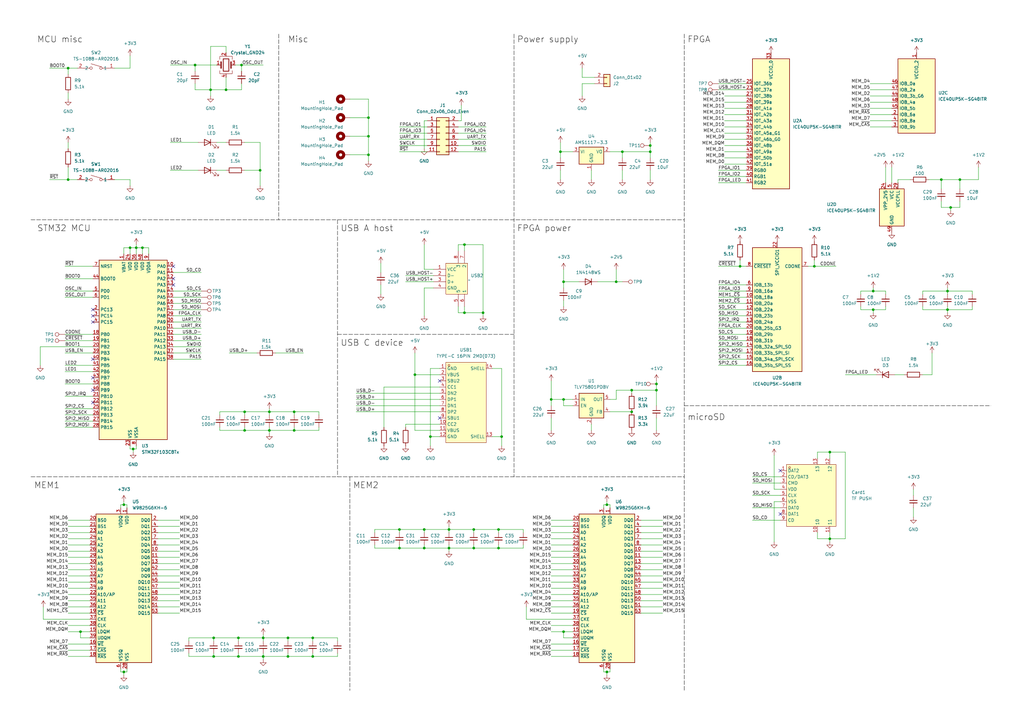
<source format=kicad_sch>
(kicad_sch (version 20231120) (generator "eeschema") (generator_version "8.0")
  (paper "A3")
  (junction (at 54.61 184.15))
  (junction (at 388.62 119.38))
  (junction (at 80.01 26.67))
  (junction (at 269.24 157.48))
  (junction (at 173.99 217.17))
  (junction (at 118.11 269.24))
  (junction (at 198.12 128.27))
  (junction (at 87.63 269.24))
  (junction (at 53.34 101.6))
  (junction (at 204.47 224.79))
  (junction (at 226.06 163.83))
  (junction (at 190.5 128.27))
  (junction (at 184.15 217.17))
  (junction (at 27.94 27.94))
  (junction (at 388.62 127))
  (junction (at 128.27 261.62))
  (junction (at 248.92 275.59))
  (junction (at 120.65 176.53))
  (junction (at 100.33 168.91))
  (junction (at 50.8 207.01))
  (junction (at 110.49 176.53))
  (junction (at 55.88 101.6))
  (junction (at 358.14 127))
  (junction (at 259.08 168.91))
  (junction (at 170.18 153.67))
  (junction (at 340.36 220.98))
  (junction (at 252.73 115.57))
  (junction (at 27.94 73.66))
  (junction (at 231.14 259.08))
  (junction (at 229.87 62.23))
  (junction (at 231.14 115.57))
  (junction (at 58.42 101.6))
  (junction (at 231.14 163.83))
  (junction (at 340.36 185.42))
  (junction (at 205.74 179.07))
  (junction (at 151.13 48.26))
  (junction (at 163.83 224.79))
  (junction (at 151.13 55.88))
  (junction (at 97.79 261.62))
  (junction (at 118.11 261.62))
  (junction (at 99.06 26.67))
  (junction (at 100.33 176.53))
  (junction (at 110.49 168.91))
  (junction (at 303.53 109.22))
  (junction (at 255.27 62.23))
  (junction (at 106.68 69.85))
  (junction (at 86.36 36.83))
  (junction (at 386.08 73.66))
  (junction (at 266.7 62.23))
  (junction (at 163.83 217.17))
  (junction (at 87.63 261.62))
  (junction (at 120.65 168.91))
  (junction (at 128.27 269.24))
  (junction (at 358.14 119.38))
  (junction (at 248.92 207.01))
  (junction (at 259.08 160.02))
  (junction (at 190.5 100.33))
  (junction (at 33.02 259.08))
  (junction (at 151.13 63.5))
  (junction (at 107.95 269.24))
  (junction (at 50.8 275.59))
  (junction (at 194.31 224.79))
  (junction (at 393.7 73.66))
  (junction (at 204.47 217.17))
  (junction (at 173.99 224.79))
  (junction (at 97.79 269.24))
  (junction (at 176.53 179.07))
  (junction (at 269.24 160.02))
  (junction (at 194.31 217.17))
  (junction (at 92.71 36.83))
  (junction (at 389.89 85.09))
  (junction (at 107.95 261.62))
  (junction (at 184.15 224.79))
  (junction (at 266.7 59.69))
  (junction (at 334.01 109.22))
  (no_connect (at 320.04 193.04))
  (no_connect (at 180.34 156.21))
  (no_connect (at 180.34 171.45))
  (no_connect (at 38.1 127))
  (no_connect (at 38.1 132.08))
  (no_connect (at 38.1 129.54))
  (no_connect (at 71.12 109.22))
  (no_connect (at 320.04 210.82))
  (no_connect (at 38.1 154.94))
  (no_connect (at 38.1 160.02))
  (no_connect (at 71.12 116.84))
  (no_connect (at 71.12 114.3))
  (no_connect (at 38.1 147.32))
  (no_connect (at 38.1 165.1))
  (wire (pts (xy 82.55 144.78) (xy 71.12 144.78)))
  (wire (pts (xy 234.95 215.9) (xy 226.06 215.9)))
  (wire (pts (xy 110.49 176.53) (xy 120.65 176.53)))
  (wire (pts (xy 317.5 205.74) (xy 317.5 222.25)))
  (wire (pts (xy 36.83 215.9) (xy 27.94 215.9)))
  (wire (pts (xy 146.05 168.91) (xy 180.34 168.91)))
  (wire (pts (xy 231.14 125.73) (xy 231.14 123.19)))
  (wire (pts (xy 55.88 101.6) (xy 55.88 104.14)))
  (wire (pts (xy 20.32 27.94) (xy 27.94 27.94)))
  (wire (pts (xy 306.07 64.77) (xy 297.18 64.77)))
  (wire (pts (xy 173.99 100.33) (xy 173.99 110.49)))
  (wire (pts (xy 118.11 267.97) (xy 118.11 269.24)))
  (wire (pts (xy 374.65 208.28) (xy 374.65 212.09)))
  (wire (pts (xy 335.28 220.98) (xy 340.36 220.98)))
  (wire (pts (xy 53.34 101.6) (xy 55.88 101.6)))
  (wire (pts (xy 180.34 176.53) (xy 170.18 176.53)))
  (wire (pts (xy 386.08 73.66) (xy 393.7 73.66)))
  (wire (pts (xy 36.83 254) (xy 17.78 254)))
  (wire (pts (xy 306.07 67.31) (xy 297.18 67.31)))
  (wire (pts (xy 234.95 166.37) (xy 231.14 166.37)))
  (wire (pts (xy 163.83 52.07) (xy 175.26 52.07)))
  (wire (pts (xy 36.83 241.3) (xy 27.94 241.3)))
  (wire (pts (xy 64.77 228.6) (xy 73.66 228.6)))
  (wire (pts (xy 170.18 176.53) (xy 170.18 153.67)))
  (wire (pts (xy 252.73 110.49) (xy 252.73 115.57)))
  (wire (pts (xy 49.53 207.01) (xy 50.8 207.01)))
  (wire (pts (xy 87.63 261.62) (xy 77.47 261.62)))
  (wire (pts (xy 26.67 157.48) (xy 38.1 157.48)))
  (wire (pts (xy 128.27 261.62) (xy 138.43 261.62)))
  (wire (pts (xy 398.78 120.65) (xy 398.78 119.38)))
  (wire (pts (xy 340.36 185.42) (xy 346.71 185.42)))
  (wire (pts (xy 82.55 111.76) (xy 71.12 111.76)))
  (wire (pts (xy 100.33 69.85) (xy 106.68 69.85)))
  (wire (pts (xy 110.49 167.64) (xy 110.49 168.91)))
  (wire (pts (xy 294.64 119.38) (xy 306.07 119.38)))
  (wire (pts (xy 27.94 73.66) (xy 31.75 73.66)))
  (wire (pts (xy 368.3 73.66) (xy 368.3 74.93)))
  (wire (pts (xy 238.76 34.29) (xy 243.84 34.29)))
  (wire (pts (xy 53.34 76.2) (xy 53.34 73.66)))
  (wire (pts (xy 71.12 127) (xy 82.55 127)))
  (wire (pts (xy 107.95 261.62) (xy 118.11 261.62)))
  (wire (pts (xy 82.55 142.24) (xy 71.12 142.24)))
  (wire (pts (xy 334.01 106.68) (xy 334.01 109.22)))
  (wire (pts (xy 82.55 147.32) (xy 71.12 147.32)))
  (wire (pts (xy 308.61 203.2) (xy 320.04 203.2)))
  (wire (pts (xy 255.27 69.85) (xy 255.27 73.66)))
  (wire (pts (xy 204.47 224.79) (xy 214.63 224.79)))
  (wire (pts (xy 388.62 118.11) (xy 388.62 119.38)))
  (wire (pts (xy 262.89 243.84) (xy 271.78 243.84)))
  (wire (pts (xy 120.65 176.53) (xy 130.81 176.53)))
  (wire (pts (xy 36.83 251.46) (xy 27.94 251.46)))
  (wire (pts (xy 90.17 176.53) (xy 100.33 176.53)))
  (wire (pts (xy 388.62 119.38) (xy 398.78 119.38)))
  (wire (pts (xy 120.65 168.91) (xy 130.81 168.91)))
  (wire (pts (xy 229.87 62.23) (xy 234.95 62.23)))
  (wire (pts (xy 199.39 57.15) (xy 187.96 57.15)))
  (wire (pts (xy 143.51 48.26) (xy 151.13 48.26)))
  (wire (pts (xy 234.95 218.44) (xy 226.06 218.44)))
  (wire (pts (xy 100.33 170.18) (xy 100.33 168.91)))
  (wire (pts (xy 303.53 109.22) (xy 306.07 109.22)))
  (wire (pts (xy 340.36 220.98) (xy 346.71 220.98)))
  (wire (pts (xy 26.67 162.56) (xy 38.1 162.56)))
  (wire (pts (xy 306.07 46.99) (xy 297.18 46.99)))
  (wire (pts (xy 365.76 41.91) (xy 356.87 41.91)))
  (wire (pts (xy 294.64 34.29) (xy 306.07 34.29)))
  (wire (pts (xy 92.71 19.05) (xy 86.36 19.05)))
  (wire (pts (xy 64.77 248.92) (xy 73.66 248.92)))
  (wire (pts (xy 49.53 208.28) (xy 49.53 207.01)))
  (wire (pts (xy 340.36 220.98) (xy 340.36 222.25)))
  (wire (pts (xy 262.89 228.6) (xy 271.78 228.6)))
  (wire (pts (xy 306.07 59.69) (xy 297.18 59.69)))
  (wire (pts (xy 199.39 62.23) (xy 187.96 62.23)))
  (wire (pts (xy 173.99 110.49) (xy 177.8 110.49)))
  (polyline (pts (xy 143.51 195.58) (xy 143.51 283.21)) (stroke (width 0) (type dash) (color 0 0 0 1)))
  (wire (pts (xy 64.77 223.52) (xy 73.66 223.52)))
  (wire (pts (xy 242.57 176.53) (xy 242.57 173.99)))
  (wire (pts (xy 60.96 104.14) (xy 60.96 101.6)))
  (wire (pts (xy 92.71 58.42) (xy 88.9 58.42)))
  (wire (pts (xy 36.83 220.98) (xy 27.94 220.98)))
  (wire (pts (xy 214.63 223.52) (xy 214.63 224.79)))
  (wire (pts (xy 27.94 30.48) (xy 27.94 27.94)))
  (wire (pts (xy 231.14 115.57) (xy 231.14 110.49)))
  (wire (pts (xy 36.83 236.22) (xy 27.94 236.22)))
  (wire (pts (xy 367.03 153.67) (xy 370.84 153.67)))
  (wire (pts (xy 36.83 228.6) (xy 27.94 228.6)))
  (wire (pts (xy 204.47 218.44) (xy 204.47 217.17)))
  (wire (pts (xy 100.33 58.42) (xy 106.68 58.42)))
  (wire (pts (xy 36.83 256.54) (xy 27.94 256.54)))
  (wire (pts (xy 353.06 127) (xy 358.14 127)))
  (wire (pts (xy 52.07 208.28) (xy 52.07 207.01)))
  (wire (pts (xy 234.95 256.54) (xy 226.06 256.54)))
  (wire (pts (xy 342.9 109.22) (xy 334.01 109.22)))
  (wire (pts (xy 190.5 128.27) (xy 198.12 128.27)))
  (wire (pts (xy 166.37 173.99) (xy 180.34 173.99)))
  (wire (pts (xy 234.95 259.08) (xy 231.14 259.08)))
  (wire (pts (xy 82.55 137.16) (xy 71.12 137.16)))
  (wire (pts (xy 100.33 175.26) (xy 100.33 176.53)))
  (wire (pts (xy 143.51 63.5) (xy 151.13 63.5)))
  (wire (pts (xy 26.67 109.22) (xy 38.1 109.22)))
  (wire (pts (xy 69.85 58.42) (xy 81.28 58.42)))
  (wire (pts (xy 143.51 40.64) (xy 151.13 40.64)))
  (wire (pts (xy 294.64 109.22) (xy 303.53 109.22)))
  (wire (pts (xy 237.49 115.57) (xy 231.14 115.57)))
  (wire (pts (xy 204.47 217.17) (xy 214.63 217.17)))
  (wire (pts (xy 388.62 120.65) (xy 388.62 119.38)))
  (wire (pts (xy 374.65 200.66) (xy 374.65 203.2)))
  (wire (pts (xy 378.46 125.73) (xy 378.46 127)))
  (wire (pts (xy 358.14 119.38) (xy 363.22 119.38)))
  (wire (pts (xy 146.05 161.29) (xy 180.34 161.29)))
  (wire (pts (xy 146.05 166.37) (xy 180.34 166.37)))
  (wire (pts (xy 205.74 179.07) (xy 205.74 182.88)))
  (wire (pts (xy 382.27 144.78) (xy 382.27 153.67)))
  (wire (pts (xy 365.76 52.07) (xy 356.87 52.07)))
  (wire (pts (xy 306.07 52.07) (xy 297.18 52.07)))
  (wire (pts (xy 262.89 218.44) (xy 271.78 218.44)))
  (wire (pts (xy 358.14 118.11) (xy 358.14 119.38)))
  (wire (pts (xy 58.42 101.6) (xy 58.42 104.14)))
  (wire (pts (xy 389.89 85.09) (xy 389.89 86.36)))
  (wire (pts (xy 80.01 36.83) (xy 86.36 36.83)))
  (wire (pts (xy 334.01 109.22) (xy 331.47 109.22)))
  (wire (pts (xy 64.77 233.68) (xy 73.66 233.68)))
  (wire (pts (xy 80.01 34.29) (xy 80.01 36.83)))
  (wire (pts (xy 255.27 64.77) (xy 255.27 62.23)))
  (wire (pts (xy 26.67 119.38) (xy 38.1 119.38)))
  (wire (pts (xy 64.77 246.38) (xy 73.66 246.38)))
  (wire (pts (xy 128.27 267.97) (xy 128.27 269.24)))
  (wire (pts (xy 247.65 274.32) (xy 247.65 275.59)))
  (wire (pts (xy 250.19 208.28) (xy 250.19 207.01)))
  (wire (pts (xy 252.73 163.83) (xy 250.19 163.83)))
  (wire (pts (xy 294.64 149.86) (xy 306.07 149.86)))
  (wire (pts (xy 53.34 104.14) (xy 53.34 101.6)))
  (wire (pts (xy 86.36 36.83) (xy 86.36 39.37)))
  (wire (pts (xy 173.99 217.17) (xy 184.15 217.17)))
  (wire (pts (xy 77.47 267.97) (xy 77.47 269.24)))
  (wire (pts (xy 308.61 195.58) (xy 320.04 195.58)))
  (wire (pts (xy 163.83 218.44) (xy 163.83 217.17)))
  (wire (pts (xy 381 73.66) (xy 386.08 73.66)))
  (wire (pts (xy 398.78 127) (xy 388.62 127)))
  (wire (pts (xy 90.17 168.91) (xy 100.33 168.91)))
  (wire (pts (xy 389.89 85.09) (xy 393.7 85.09)))
  (wire (pts (xy 303.53 106.68) (xy 303.53 109.22)))
  (wire (pts (xy 55.88 184.15) (xy 54.61 184.15)))
  (wire (pts (xy 69.85 26.67) (xy 80.01 26.67)))
  (wire (pts (xy 204.47 223.52) (xy 204.47 224.79)))
  (wire (pts (xy 166.37 113.03) (xy 177.8 113.03)))
  (wire (pts (xy 250.19 274.32) (xy 250.19 275.59)))
  (wire (pts (xy 294.64 132.08) (xy 306.07 132.08)))
  (polyline (pts (xy 138.43 90.17) (xy 138.43 195.58)) (stroke (width 0) (type dash) (color 0 0 0 1)))
  (wire (pts (xy 306.07 41.91) (xy 297.18 41.91)))
  (wire (pts (xy 226.06 259.08) (xy 231.14 259.08)))
  (wire (pts (xy 308.61 208.28) (xy 320.04 208.28)))
  (wire (pts (xy 386.08 85.09) (xy 389.89 85.09)))
  (wire (pts (xy 229.87 58.42) (xy 229.87 62.23)))
  (wire (pts (xy 358.14 127) (xy 358.14 128.27)))
  (wire (pts (xy 234.95 223.52) (xy 226.06 223.52)))
  (wire (pts (xy 87.63 267.97) (xy 87.63 269.24)))
  (wire (pts (xy 294.64 116.84) (xy 306.07 116.84)))
  (wire (pts (xy 92.71 36.83) (xy 86.36 36.83)))
  (wire (pts (xy 80.01 26.67) (xy 88.9 26.67)))
  (wire (pts (xy 50.8 101.6) (xy 53.34 101.6)))
  (wire (pts (xy 36.83 243.84) (xy 27.94 243.84)))
  (wire (pts (xy 157.48 158.75) (xy 157.48 175.26)))
  (wire (pts (xy 177.8 118.11) (xy 173.99 118.11)))
  (wire (pts (xy 184.15 217.17) (xy 184.15 218.44)))
  (wire (pts (xy 234.95 246.38) (xy 226.06 246.38)))
  (wire (pts (xy 226.06 163.83) (xy 226.06 166.37)))
  (wire (pts (xy 107.95 269.24) (xy 107.95 270.51)))
  (wire (pts (xy 99.06 29.21) (xy 99.06 26.67)))
  (wire (pts (xy 176.53 151.13) (xy 176.53 179.07)))
  (wire (pts (xy 269.24 176.53) (xy 269.24 171.45)))
  (wire (pts (xy 156.21 116.84) (xy 156.21 120.65)))
  (wire (pts (xy 153.67 218.44) (xy 153.67 217.17)))
  (wire (pts (xy 262.89 236.22) (xy 271.78 236.22)))
  (wire (pts (xy 335.28 185.42) (xy 340.36 185.42)))
  (wire (pts (xy 173.99 224.79) (xy 184.15 224.79)))
  (wire (pts (xy 234.95 236.22) (xy 226.06 236.22)))
  (wire (pts (xy 231.14 261.62) (xy 231.14 259.08)))
  (wire (pts (xy 189.23 49.53) (xy 189.23 43.18)))
  (wire (pts (xy 64.77 236.22) (xy 73.66 236.22)))
  (wire (pts (xy 36.83 233.68) (xy 27.94 233.68)))
  (wire (pts (xy 388.62 125.73) (xy 388.62 127)))
  (wire (pts (xy 118.11 261.62) (xy 128.27 261.62)))
  (wire (pts (xy 36.83 231.14) (xy 27.94 231.14)))
  (wire (pts (xy 201.93 151.13) (xy 205.74 151.13)))
  (wire (pts (xy 226.06 176.53) (xy 226.06 171.45)))
  (wire (pts (xy 226.06 156.21) (xy 226.06 163.83)))
  (wire (pts (xy 49.53 274.32) (xy 49.53 275.59)))
  (wire (pts (xy 365.76 46.99) (xy 356.87 46.99)))
  (polyline (pts (xy 210.82 13.97) (xy 210.82 195.58)) (stroke (width 0) (type dash) (color 0 0 0 1)))
  (wire (pts (xy 106.68 69.85) (xy 106.68 76.2)))
  (wire (pts (xy 92.71 21.59) (xy 92.71 19.05)))
  (wire (pts (xy 26.67 175.26) (xy 38.1 175.26)))
  (wire (pts (xy 36.83 248.92) (xy 27.94 248.92)))
  (wire (pts (xy 53.34 184.15) (xy 54.61 184.15)))
  (wire (pts (xy 259.08 161.29) (xy 259.08 160.02)))
  (wire (pts (xy 194.31 223.52) (xy 194.31 224.79)))
  (wire (pts (xy 170.18 153.67) (xy 170.18 144.78)))
  (wire (pts (xy 52.07 207.01) (xy 50.8 207.01)))
  (wire (pts (xy 128.27 269.24) (xy 138.43 269.24)))
  (wire (pts (xy 99.06 36.83) (xy 92.71 36.83)))
  (wire (pts (xy 36.83 269.24) (xy 27.94 269.24)))
  (wire (pts (xy 266.7 58.42) (xy 266.7 59.69)))
  (wire (pts (xy 27.94 38.1) (xy 27.94 40.64)))
  (wire (pts (xy 36.83 259.08) (xy 33.02 259.08)))
  (wire (pts (xy 184.15 223.52) (xy 184.15 224.79)))
  (wire (pts (xy 36.83 266.7) (xy 27.94 266.7)))
  (wire (pts (xy 26.67 172.72) (xy 38.1 172.72)))
  (wire (pts (xy 17.78 254) (xy 17.78 248.92)))
  (wire (pts (xy 365.76 36.83) (xy 356.87 36.83)))
  (wire (pts (xy 294.64 137.16) (xy 306.07 137.16)))
  (wire (pts (xy 151.13 48.26) (xy 151.13 55.88)))
  (wire (pts (xy 110.49 175.26) (xy 110.49 176.53)))
  (wire (pts (xy 100.33 168.91) (xy 110.49 168.91)))
  (wire (pts (xy 214.63 218.44) (xy 214.63 217.17)))
  (wire (pts (xy 77.47 262.89) (xy 77.47 261.62)))
  (wire (pts (xy 378.46 127) (xy 388.62 127)))
  (wire (pts (xy 340.36 185.42) (xy 340.36 187.96)))
  (wire (pts (xy 128.27 262.89) (xy 128.27 261.62)))
  (wire (pts (xy 269.24 160.02) (xy 269.24 166.37)))
  (wire (pts (xy 234.95 248.92) (xy 226.06 248.92)))
  (wire (pts (xy 26.67 170.18) (xy 38.1 170.18)))
  (wire (pts (xy 20.32 73.66) (xy 27.94 73.66)))
  (wire (pts (xy 90.17 170.18) (xy 90.17 168.91)))
  (wire (pts (xy 234.95 243.84) (xy 226.06 243.84)))
  (wire (pts (xy 50.8 104.14) (xy 50.8 101.6)))
  (wire (pts (xy 82.55 139.7) (xy 71.12 139.7)))
  (wire (pts (xy 180.34 158.75) (xy 157.48 158.75)))
  (wire (pts (xy 294.64 121.92) (xy 306.07 121.92)))
  (wire (pts (xy 163.83 54.61) (xy 175.26 54.61)))
  (wire (pts (xy 266.7 59.69) (xy 266.7 62.23)))
  (wire (pts (xy 365.76 44.45) (xy 356.87 44.45)))
  (wire (pts (xy 26.67 114.3) (xy 38.1 114.3)))
  (wire (pts (xy 36.83 264.16) (xy 27.94 264.16)))
  (wire (pts (xy 120.65 175.26) (xy 120.65 176.53)))
  (wire (pts (xy 266.7 69.85) (xy 266.7 73.66)))
  (wire (pts (xy 16.51 142.24) (xy 16.51 149.86)))
  (wire (pts (xy 194.31 218.44) (xy 194.31 217.17)))
  (wire (pts (xy 184.15 215.9) (xy 184.15 217.17)))
  (wire (pts (xy 215.9 254) (xy 215.9 248.92)))
  (wire (pts (xy 26.67 137.16) (xy 38.1 137.16)))
  (wire (pts (xy 49.53 275.59) (xy 50.8 275.59)))
  (wire (pts (xy 194.31 217.17) (xy 204.47 217.17)))
  (wire (pts (xy 294.64 147.32) (xy 306.07 147.32)))
  (wire (pts (xy 86.36 19.05) (xy 86.36 36.83)))
  (wire (pts (xy 64.77 218.44) (xy 73.66 218.44)))
  (wire (pts (xy 27.94 259.08) (xy 33.02 259.08)))
  (wire (pts (xy 146.05 163.83) (xy 180.34 163.83)))
  (polyline (pts (xy 138.43 137.16) (xy 210.82 137.16)) (stroke (width 0) (type dash) (color 0 0 0 1)))
  (wire (pts (xy 247.65 275.59) (xy 248.92 275.59)))
  (wire (pts (xy 97.79 261.62) (xy 107.95 261.62)))
  (polyline (pts (xy 280.67 13.97) (xy 280.67 283.21)) (stroke (width 0) (type dash) (color 0 0 0 1)))
  (wire (pts (xy 363.22 119.38) (xy 363.22 120.65)))
  (wire (pts (xy 294.64 36.83) (xy 306.07 36.83)))
  (wire (pts (xy 231.14 166.37) (xy 231.14 163.83)))
  (wire (pts (xy 80.01 29.21) (xy 80.01 26.67)))
  (wire (pts (xy 294.64 142.24) (xy 306.07 142.24)))
  (wire (pts (xy 306.07 49.53) (xy 297.18 49.53)))
  (wire (pts (xy 266.7 64.77) (xy 266.7 62.23)))
  (wire (pts (xy 234.95 238.76) (xy 226.06 238.76)))
  (wire (pts (xy 64.77 213.36) (xy 73.66 213.36)))
  (wire (pts (xy 386.08 82.55) (xy 386.08 85.09)))
  (wire (pts (xy 262.89 215.9) (xy 271.78 215.9)))
  (wire (pts (xy 151.13 63.5) (xy 151.13 66.04)))
  (wire (pts (xy 87.63 261.62) (xy 97.79 261.62)))
  (wire (pts (xy 234.95 261.62) (xy 231.14 261.62)))
  (wire (pts (xy 151.13 40.64) (xy 151.13 48.26)))
  (wire (pts (xy 36.83 238.76) (xy 27.94 238.76)))
  (wire (pts (xy 187.96 102.87) (xy 187.96 100.33)))
  (wire (pts (xy 107.95 26.67) (xy 99.06 26.67)))
  (wire (pts (xy 143.51 55.88) (xy 151.13 55.88)))
  (wire (pts (xy 234.95 254) (xy 215.9 254)))
  (wire (pts (xy 294.64 72.39) (xy 306.07 72.39)))
  (wire (pts (xy 55.88 101.6) (xy 58.42 101.6)))
  (wire (pts (xy 138.43 262.89) (xy 138.43 261.62)))
  (wire (pts (xy 118.11 262.89) (xy 118.11 261.62)))
  (wire (pts (xy 53.34 27.94) (xy 46.99 27.94)))
  (wire (pts (xy 173.99 223.52) (xy 173.99 224.79)))
  (wire (pts (xy 340.36 218.44) (xy 340.36 220.98)))
  (wire (pts (xy 262.89 226.06) (xy 271.78 226.06)))
  (wire (pts (xy 393.7 73.66) (xy 401.32 73.66)))
  (wire (pts (xy 163.83 57.15) (xy 175.26 57.15)))
  (wire (pts (xy 71.12 121.92) (xy 82.55 121.92)))
  (wire (pts (xy 107.95 261.62) (xy 107.95 262.89)))
  (wire (pts (xy 353.06 125.73) (xy 353.06 127)))
  (wire (pts (xy 175.26 49.53) (xy 173.99 49.53)))
  (wire (pts (xy 151.13 55.88) (xy 151.13 63.5)))
  (wire (pts (xy 64.77 215.9) (xy 73.66 215.9)))
  (wire (pts (xy 320.04 200.66) (xy 317.5 200.66)))
  (wire (pts (xy 365.76 34.29) (xy 356.87 34.29)))
  (wire (pts (xy 262.89 231.14) (xy 271.78 231.14)))
  (wire (pts (xy 335.28 218.44) (xy 335.28 220.98)))
  (wire (pts (xy 262.89 248.92) (xy 271.78 248.92)))
  (wire (pts (xy 173.99 49.53) (xy 173.99 60.96)))
  (wire (pts (xy 317.5 200.66) (xy 317.5 186.69)))
  (wire (pts (xy 64.77 231.14) (xy 73.66 231.14)))
  (wire (pts (xy 100.33 176.53) (xy 110.49 176.53)))
  (wire (pts (xy 294.64 127) (xy 306.07 127)))
  (wire (pts (xy 269.24 156.21) (xy 269.24 157.48)))
  (wire (pts (xy 110.49 168.91) (xy 110.49 170.18)))
  (wire (pts (xy 238.76 31.75) (xy 243.84 31.75)))
  (wire (pts (xy 52.07 274.32) (xy 52.07 275.59)))
  (wire (pts (xy 90.17 175.26) (xy 90.17 176.53)))
  (wire (pts (xy 199.39 59.69) (xy 187.96 59.69)))
  (wire (pts (xy 368.3 73.66) (xy 373.38 73.66)))
  (wire (pts (xy 320.04 205.74) (xy 317.5 205.74)))
  (wire (pts (xy 163.83 62.23) (xy 175.26 62.23)))
  (wire (pts (xy 163.83 224.79) (xy 153.67 224.79)))
  (wire (pts (xy 398.78 125.73) (xy 398.78 127)))
  (wire (pts (xy 106.68 58.42) (xy 106.68 69.85)))
  (wire (pts (xy 335.28 187.96) (xy 335.28 185.42)))
  (wire (pts (xy 266.7 62.23) (xy 255.27 62.23)))
  (wire (pts (xy 82.55 132.08) (xy 71.12 132.08)))
  (wire (pts (xy 27.94 27.94) (xy 31.75 27.94)))
  (wire (pts (xy 242.57 69.85) (xy 242.57 73.66)))
  (wire (pts (xy 64.77 241.3) (xy 73.66 241.3)))
  (wire (pts (xy 55.88 182.88) (xy 55.88 184.15)))
  (wire (pts (xy 97.79 267.97) (xy 97.79 269.24)))
  (wire (pts (xy 187.96 128.27) (xy 190.5 128.27)))
  (wire (pts (xy 92.71 36.83) (xy 92.71 31.75)))
  (wire (pts (xy 118.11 269.24) (xy 128.27 269.24)))
  (wire (pts (xy 184.15 224.79) (xy 184.15 226.06)))
  (wire (pts (xy 163.83 217.17) (xy 173.99 217.17)))
  (wire (pts (xy 259.08 160.02) (xy 269.24 160.02)))
  (wire (pts (xy 365.76 39.37) (xy 356.87 39.37)))
  (wire (pts (xy 294.64 74.93) (xy 306.07 74.93)))
  (wire (pts (xy 234.95 269.24) (xy 226.06 269.24)))
  (wire (pts (xy 130.81 170.18) (xy 130.81 168.91)))
  (wire (pts (xy 294.64 69.85) (xy 306.07 69.85)))
  (wire (pts (xy 156.21 107.95) (xy 156.21 111.76)))
  (wire (pts (xy 180.34 151.13) (xy 176.53 151.13)))
  (wire (pts (xy 231.14 118.11) (xy 231.14 115.57)))
  (wire (pts (xy 26.67 149.86) (xy 38.1 149.86)))
  (wire (pts (xy 166.37 173.99) (xy 166.37 175.26)))
  (wire (pts (xy 58.42 101.6) (xy 60.96 101.6)))
  (wire (pts (xy 87.63 262.89) (xy 87.63 261.62)))
  (wire (pts (xy 378.46 119.38) (xy 378.46 120.65)))
  (wire (pts (xy 97.79 269.24) (xy 107.95 269.24)))
  (polyline (pts (xy 280.67 166.37) (xy 406.4 166.37)) (stroke (width 0) (type dash) (color 0 0 0 1)))
  (wire (pts (xy 27.94 68.58) (xy 27.94 73.66)))
  (wire (pts (xy 187.96 100.33) (xy 190.5 100.33)))
  (wire (pts (xy 50.8 207.01) (xy 50.8 205.74)))
  (wire (pts (xy 71.12 119.38) (xy 82.55 119.38)))
  (wire (pts (xy 262.89 251.46) (xy 271.78 251.46)))
  (wire (pts (xy 184.15 224.79) (xy 194.31 224.79)))
  (wire (pts (xy 201.93 179.07) (xy 205.74 179.07)))
  (wire (pts (xy 234.95 226.06) (xy 226.06 226.06)))
  (wire (pts (xy 234.95 264.16) (xy 226.06 264.16)))
  (wire (pts (xy 53.34 73.66) (xy 46.99 73.66)))
  (wire (pts (xy 163.83 59.69) (xy 175.26 59.69)))
  (wire (pts (xy 199.39 54.61) (xy 187.96 54.61)))
  (wire (pts (xy 198.12 100.33) (xy 198.12 128.27)))
  (wire (pts (xy 308.61 213.36) (xy 320.04 213.36)))
  (wire (pts (xy 53.34 182.88) (xy 53.34 184.15)))
  (wire (pts (xy 234.95 213.36) (xy 226.06 213.36)))
  (wire (pts (xy 120.65 170.18) (xy 120.65 168.91)))
  (wire (pts (xy 294.64 124.46) (xy 306.07 124.46)))
  (wire (pts (xy 82.55 129.54) (xy 71.12 129.54)))
  (wire (pts (xy 393.7 73.66) (xy 393.7 77.47)))
  (wire (pts (xy 138.43 267.97) (xy 138.43 269.24)))
  (wire (pts (xy 306.07 57.15) (xy 297.18 57.15)))
  (wire (pts (xy 52.07 275.59) (xy 50.8 275.59)))
  (wire (pts (xy 92.71 69.85) (xy 88.9 69.85)))
  (wire (pts (xy 294.64 134.62) (xy 306.07 134.62)))
  (wire (pts (xy 36.83 246.38) (xy 27.94 246.38)))
  (wire (pts (xy 205.74 151.13) (xy 205.74 179.07)))
  (wire (pts (xy 250.19 275.59) (xy 248.92 275.59)))
  (wire (pts (xy 64.77 243.84) (xy 73.66 243.84)))
  (wire (pts (xy 359.41 153.67) (xy 346.71 153.67)))
  (wire (pts (xy 255.27 115.57) (xy 252.73 115.57)))
  (wire (pts (xy 238.76 27.94) (xy 238.76 31.75)))
  (wire (pts (xy 50.8 275.59) (xy 50.8 276.86)))
  (polyline (pts (xy 12.7 195.58) (xy 280.67 195.58)) (stroke (width 0) (type dash) (color 0 0 0 1)))
  (wire (pts (xy 294.64 129.54) (xy 306.07 129.54)))
  (wire (pts (xy 199.39 52.07) (xy 187.96 52.07)))
  (wire (pts (xy 64.77 238.76) (xy 73.66 238.76)))
  (wire (pts (xy 198.12 128.27) (xy 198.12 129.54)))
  (wire (pts (xy 262.89 233.68) (xy 271.78 233.68)))
  (wire (pts (xy 27.94 58.42) (xy 27.94 60.96)))
  (wire (pts (xy 353.06 119.38) (xy 358.14 119.38)))
  (wire (pts (xy 250.19 207.01) (xy 248.92 207.01)))
  (wire (pts (xy 245.11 115.57) (xy 252.73 115.57)))
  (wire (pts (xy 82.55 134.62) (xy 71.12 134.62)))
  (wire (pts (xy 297.18 54.61) (xy 306.07 54.61)))
  (wire (pts (xy 306.07 39.37) (xy 297.18 39.37)))
  (wire (pts (xy 252.73 160.02) (xy 252.73 163.83)))
  (wire (pts (xy 252.73 160.02) (xy 259.08 160.02)))
  (wire (pts (xy 163.83 217.17) (xy 153.67 217.17)))
  (wire (pts (xy 250.19 168.91) (xy 259.08 168.91)))
  (wire (pts (xy 87.63 269.24) (xy 97.79 269.24)))
  (wire (pts (xy 26.67 121.92) (xy 38.1 121.92)))
  (wire (pts (xy 187.96 125.73) (xy 187.96 128.27)))
  (wire (pts (xy 353.06 120.65) (xy 353.06 119.38)))
  (wire (pts (xy 248.92 207.01) (xy 248.92 205.74)))
  (wire (pts (xy 53.34 22.86) (xy 53.34 27.94)))
  (wire (pts (xy 234.95 220.98) (xy 226.06 220.98)))
  (polyline (pts (xy 114.3 13.97) (xy 114.3 90.17)) (stroke (width 0) (type dash) (color 0 0 0 1)))
  (wire (pts (xy 173.99 218.44) (xy 173.99 217.17)))
  (wire (pts (xy 234.95 266.7) (xy 226.06 266.7)))
  (wire (pts (xy 190.5 100.33) (xy 198.12 100.33)))
  (wire (pts (xy 194.31 224.79) (xy 204.47 224.79)))
  (wire (pts (xy 229.87 64.77) (xy 229.87 62.23)))
  (wire (pts (xy 401.32 68.58) (xy 401.32 73.66)))
  (wire (pts (xy 64.77 226.06) (xy 73.66 226.06)))
  (wire (pts (xy 247.65 207.01) (xy 248.92 207.01)))
  (wire (pts (xy 36.83 213.36) (xy 27.94 213.36)))
  (wire (pts (xy 234.95 231.14) (xy 226.06 231.14)))
  (wire (pts (xy 36.83 223.52) (xy 27.94 223.52)))
  (wire (pts (xy 110.49 168.91) (xy 120.65 168.91)))
  (wire (pts (xy 124.46 144.78) (xy 113.03 144.78)))
  (wire (pts (xy 262.89 238.76) (xy 271.78 238.76)))
  (wire (pts (xy 269.24 157.48) (xy 269.24 160.02)))
  (wire (pts (xy 26.67 144.78) (xy 38.1 144.78)))
  (wire (pts (xy 248.92 275.59) (xy 248.92 276.86)))
  (wire (pts (xy 308.61 198.12) (xy 320.04 198.12)))
  (wire (pts (xy 250.19 62.23) (xy 255.27 62.23)))
  (wire (pts (xy 99.06 26.67) (xy 96.52 26.67)))
  (wire (pts (xy 130.81 175.26) (xy 130.81 176.53)))
  (wire (pts (xy 110.49 176.53) (xy 110.49 177.8)))
  (wire (pts (xy 87.63 269.24) (xy 77.47 269.24)))
  (wire (pts (xy 306.07 62.23) (xy 297.18 62.23)))
  (wire (pts (xy 26.67 139.7) (xy 38.1 139.7)))
  (wire (pts (xy 93.98 144.78) (xy 105.41 144.78)))
  (wire (pts (xy 234.95 163.83) (xy 231.14 163.83)))
  (wire (pts (xy 33.02 261.62) (xy 33.02 259.08)))
  (wire (pts (xy 180.34 179.07) (xy 176.53 179.07)))
  (wire (pts (xy 393.7 82.55) (xy 393.7 85.09)))
  (wire (pts (xy 238.76 34.29) (xy 238.76 39.37)))
  (polyline (pts (xy 12.7 90.17) (xy 280.67 90.17)) (stroke (width 0) (type dash) (color 0 0 0 1)))
  (wire (pts (xy 378.46 119.38) (xy 388.62 119.38)))
  (wire (pts (xy 36.83 226.06) (xy 27.94 226.06)))
  (wire (pts (xy 173.99 118.11) (xy 173.99 129.54)))
  (wire (pts (xy 107.95 269.24) (xy 118.11 269.24)))
  (wire (pts (xy 382.27 153.67) (xy 378.46 153.67)))
  (wire (pts (xy 247.65 208.28) (xy 247.65 207.01)))
  (wire (pts (xy 166.37 115.57) (xy 177.8 115.57)))
  (wire (pts (xy 99.06 34.29) (xy 99.06 36.83)))
  (wire (pts (xy 365.76 49.53) (xy 356.87 49.53)))
  (wire (pts (xy 262.89 241.3) (xy 271.78 241.3)))
  (wire (pts (xy 231.14 163.83) (xy 226.06 163.83)))
  (wire (pts (xy 262.89 213.36) (xy 271.78 213.36)))
  (wire (pts (xy 36.83 218.44) (xy 27.94 218.44)))
  (wire (pts (xy 234.95 228.6) (xy 226.06 228.6)))
  (wire (pts (xy 153.67 223.52) (xy 153.67 224.79)))
  (wire (pts (xy 97.79 262.89) (xy 97.79 261.62)))
  (wire (pts (xy 229.87 69.85) (xy 229.87 73.66)))
  (wire (pts (xy 107.95 267.97) (xy 107.95 269.24)))
  (wire (pts (xy 26.67 167.64) (xy 38.1 167.64)))
  (wire (pts (xy 163.83 223.52) (xy 163.83 224.79)))
  (wire (pts (xy 38.1 142.24) (xy 16.51 142.24)))
  (wire (pts (xy 346.71 185.42) (xy 346.71 220.98)))
  (wire (pts (xy 187.96 49.53) (xy 189.23 49.53)))
  (wire (pts (xy 64.77 251.46) (xy 73.66 251.46)))
  (wire (pts (xy 64.77 220.98) (xy 73.66 220.98)))
  (wire (pts (xy 234.95 241.3) (xy 226.06 241.3)))
  (wire (pts (xy 163.83 224.79) (xy 173.99 224.79)))
  (wire (pts (xy 363.22 125.73) (xy 363.22 127)))
  (wire (pts (xy 190.5 125.73) (xy 190.5 128.27)))
  (wire (pts (xy 365.76 68.58) (xy 365.76 74.93)))
  (wire (pts (xy 26.67 152.4) (xy 38.1 152.4)))
  (wire (pts (xy 262.89 223.52) (xy 271.78 223.52)))
  (wire (pts (xy 71.12 124.46) (xy 82.55 124.46)))
  (wire (pts (xy 107.95 260.35) (xy 107.95 261.62)))
  (wire (pts (xy 190.5 102.87) (xy 190.5 100.33)))
  (wire (pts (xy 363.22 68.58) (xy 363.22 74.93)))
  (wire (pts (xy 234.95 233.68) (xy 226.06 233.68)))
  (wire (pts (xy 262.89 220.98) (xy 271.78 220.98)))
  (wire (pts (xy 294.64 139.7) (xy 306.07 139.7)))
  (wire (pts (xy 54.61 184.15) (xy 54.61 185.42)))
  (wire (pts (xy 69.85 69.85) (xy 81.28 69.85)))
  (wire (pts (xy 306.07 44.45) (xy 297.18 44.45)))
  (wire (pts (xy 184.15 217.17) (xy 194.31 217.17)))
  (wire (pts (xy 55.88 100.33) (xy 55.88 101.6)))
  (wire (pts (xy 262.89 246.38) (xy 271.78 246.38)))
  (wire (pts (xy 386.08 77.47) (xy 386.08 73.66)))
  (wire (pts (xy 180.34 153.67) (xy 170.18 153.67)))
  (wire (pts (xy 294.64 144.78) (xy 306.07 144.78)))
  (wire (pts (xy 358.14 127) (xy 363.22 127)))
  (wire (pts (xy 36.83 261.62) (xy 33.02 261.62)))
  (wire (pts (xy 176.53 179.07) (xy 176.53 182.88)))
  (wire (pts (xy 234.95 251.46) (xy 226.06 251.46)))
  (wire (pts (xy 388.62 127) (xy 388.62 128.27)))
  (text "microSD" (at 281.94 172.72 0) (effects (font (size 2.5 2.5)) (justify left bottom)))
  (text "MEM1" (at 13.97 200.66 0) (effects (font (size 2.5 2.5)) (justify left bottom)))
  (text "Misc" (at 118.11 17.78 0) (effects (font (size 2.5 2.5)) (justify left bottom)))
  (text "STM32 MCU" (at 15.24 95.25 0) (effects (font (size 2.5 2.5)) (justify left bottom)))
  (text "USB A host" (at 139.7 95.25 0) (effects (font (size 2.5 2.5)) (justify left bottom)))
  (text "MCU misc" (at 15.24 17.78 0) (effects (font (size 2.5 2.5)) (justify left bottom)))
  (text "MEM2" (at 144.78 200.66 0) (effects (font (size 2.5 2.5)) (justify left bottom)))
  (text "USB C device" (at 139.7 142.24 0) (effects (font (size 2.5 2.5)) (justify left bottom)))
  (text "Power supply" (at 212.09 17.78 0) (effects (font (size 2.5 2.5)) (justify left bottom)))
  (text "FPGA power" (at 212.09 95.25 0) (effects (font (size 2.5 2.5)) (justify left bottom)))
  (text "FPGA" (at 281.94 17.78 0) (effects (font (size 2.5 2.5)) (justify left bottom)))
  (label "USB_D-" (at 82.55 137.16 180))
  (label "MEM_D8" (at 73.66 233.68 0))
  (label "MEM_D13" (at 297.18 44.45 180))
  (label "MEM_D9" (at 271.78 236.22 0))
  (label "MEM_D4" (at 271.78 223.52 0))
  (label "FPGA_CLK" (at 294.64 134.62 0))
  (label "MEM_DQM" (at 226.06 259.08 180))
  (label "MEM_~{RAS}" (at 226.06 269.24 180))
  (label "MEM_CLK" (at 27.94 256.54 180))
  (label "USB_EN" (at 124.46 144.78 180))
  (label "MEM_~{RAS}" (at 356.87 46.99 180))
  (label "FPGA_CLK" (at 82.55 129.54 180))
  (label "SD_SCK" (at 82.55 121.92 180))
  (label "USB_D+" (at 82.55 139.7 180))
  (label "MEM2_~{CS}" (at 226.06 251.46 180))
  (label "SD_MISO" (at 308.61 208.28 0))
  (label "UART_TX" (at 199.39 57.15 180))
  (label "PA15" (at 199.39 62.23 180))
  (label "MEM_D13" (at 27.94 233.68 180))
  (label "MEM_D7" (at 27.94 264.16 180))
  (label "SWCLK" (at 82.55 144.78 180))
  (label "MEM_D13" (at 271.78 246.38 0))
  (label "MEM_D2" (at 271.78 218.44 0))
  (label "FPGA_IO2" (at 294.64 72.39 0))
  (label "MEM_D15" (at 27.94 228.6 180))
  (label "UART_RX" (at 82.55 134.62 180))
  (label "CDONE" (at 26.67 137.16 0))
  (label "MEM_CLK" (at 226.06 256.54 180))
  (label "MEM_D1" (at 73.66 215.9 0))
  (label "MEM_D14" (at 73.66 248.92 0))
  (label "MEM_D8" (at 271.78 233.68 0))
  (label "MEM_D3" (at 271.78 220.98 0))
  (label "MEM_D1" (at 271.78 215.9 0))
  (label "USB_D+" (at 146.05 168.91 0))
  (label "MEM_D8" (at 226.06 248.92 180))
  (label "SPI2_SCK" (at 26.67 170.18 0))
  (label "SD_CD" (at 82.55 111.76 180))
  (label "UART_TX" (at 82.55 132.08 180))
  (label "MEM_DQM" (at 27.94 259.08 180))
  (label "MEM_D11" (at 297.18 49.53 180))
  (label "MEM_D2" (at 226.06 220.98 180))
  (label "MEM_D12" (at 297.18 46.99 180))
  (label "MEM_D10" (at 226.06 241.3 180))
  (label "MEM_D10" (at 297.18 52.07 180))
  (label "MEM1_~{CS}" (at 27.94 251.46 180))
  (label "FPGA_IO4" (at 199.39 54.61 180))
  (label "LED1" (at 26.67 152.4 0))
  (label "MEM_DQM" (at 297.18 59.69 180))
  (label "MEM_D3" (at 226.06 218.44 180))
  (label "MEM_D9" (at 73.66 236.22 0))
  (label "MEM_D2" (at 73.66 218.44 0))
  (label "MEM_D8" (at 297.18 64.77 180))
  (label "MEM_D4" (at 226.06 243.84 180))
  (label "SD_CS" (at 308.61 195.58 0))
  (label "MEM_D9" (at 297.18 57.15 180))
  (label "~{RST}" (at 26.67 109.22 0))
  (label "LED2" (at 69.85 69.85 0))
  (label "BOOT0" (at 26.67 157.48 0))
  (label "LED2" (at 26.67 149.86 0))
  (label "MEM_D5" (at 27.94 215.9 180))
  (label "OSC_IN" (at 26.67 119.38 0))
  (label "SD_CS" (at 82.55 119.38 180))
  (label "MEM_D1" (at 27.94 223.52 180))
  (label "MEM_D7" (at 73.66 231.14 0))
  (label "MEM_D9" (at 27.94 246.38 180))
  (label "MEM_D8" (at 27.94 248.92 180))
  (label "MEM_D10" (at 271.78 238.76 0))
  (label "SPI2_CS" (at 294.64 149.86 0))
  (label "MEM_D15" (at 271.78 251.46 0))
  (label "MEM_D12" (at 226.06 236.22 180))
  (label "BOOT1" (at 26.67 142.24 0))
  (label "MEM_D4" (at 27.94 243.84 180))
  (label "MEM_D3" (at 356.87 44.45 180))
  (label "SD_MISO" (at 294.64 129.54 0))
  (label "MEM_D4" (at 73.66 223.52 0))
  (label "MEM_D11" (at 271.78 241.3 0))
  (label "MEM_~{CAS}" (at 226.06 266.7 180))
  (label "MEM_D7" (at 356.87 49.53 180))
  (label "BOOT0" (at 26.67 114.3 0))
  (label "SPI2_MISO" (at 26.67 172.72 0))
  (label "USB_HOST-" (at 166.37 113.03 0))
  (label "SPI2_SCK" (at 294.64 147.32 0))
  (label "SPI2_CS" (at 26.67 167.64 0))
  (label "USB_EN" (at 26.67 144.78 0))
  (label "~{RST}" (at 20.32 73.66 0))
  (label "MEM_D0" (at 297.18 67.31 180))
  (label "PA15" (at 82.55 147.32 180))
  (label "USB_D-" (at 146.05 166.37 0))
  (label "SD_MOSI" (at 308.61 198.12 0))
  (label "OSC_OUT" (at 107.95 26.67 180))
  (label "SD_MISO" (at 82.55 124.46 180))
  (label "~{RST}" (at 163.83 62.23 0))
  (label "MEM1_~{CS}" (at 294.64 121.92 0))
  (label "FPGA_IO3" (at 294.64 119.38 0))
  (label "MEM_D6" (at 27.94 213.36 180))
  (label "MEM_~{CAS}" (at 27.94 266.7 180))
  (label "SPI2_MOSI" (at 26.67 175.26 0))
  (label "MEM_D0" (at 73.66 213.36 0))
  (label "MEM_D14" (at 297.18 39.37 180))
  (label "MEM_D13" (at 226.06 233.68 180))
  (label "SPI2_MISO" (at 294.64 142.24 0))
  (label "SD_MOSI" (at 82.55 127 180))
  (label "USB_HOST+" (at 166.37 115.57 0))
  (label "MEM_D12" (at 73.66 243.84 0))
  (label "MEM_D12" (at 27.94 236.22 180))
  (label "MEM_~{RAS}" (at 27.94 269.24 180))
  (label "MEM_D15" (at 297.18 41.91 180))
  (label "USB_HOST-" (at 294.64 34.29 0))
  (label "MEM_D6" (at 226.06 213.36 180))
  (label "FPGA_IO3" (at 163.83 54.61 0))
  (label "USB_D+" (at 146.05 163.83 0))
  (label "CDONE" (at 342.9 109.22 180))
  (label "SD_SCK" (at 294.64 127 0))
  (label "OSC_OUT" (at 26.67 121.92 0))
  (label "FPGA_IO1" (at 294.64 69.85 0))
  (label "MEM_D1" (at 226.06 223.52 180))
  (label "~{CRESET}" (at 294.64 109.22 0))
  (label "MEM_D15" (at 73.66 251.46 0))
  (label "SPI2_MOSI" (at 294.64 144.78 0))
  (label "MEM_D6" (at 356.87 41.91 180))
  (label "SWDIO" (at 82.55 142.24 180))
  (label "MEM_D0" (at 27.94 226.06 180))
  (label "SD_CD" (at 308.61 213.36 0))
  (label "FPGA_LED" (at 346.71 153.67 0))
  (label "SWDIO" (at 199.39 59.69 180))
  (label "MEM_D13" (at 73.66 246.38 0))
  (label "UART_RX" (at 163.83 57.15 0))
  (label "MEM_D0" (at 271.78 213.36 0))
  (label "MEM_D5" (at 271.78 226.06 0))
  (label "SD_MOSI" (at 294.64 139.7 0))
  (label "MEM_D5" (at 226.06 215.9 180))
  (label "FPGA_IO1" (at 163.83 52.07 0))
  (label "MEM_D5" (at 73.66 226.06 0))
  (label "MEM_D6" (at 271.78 228.6 0))
  (label "MEM_D14" (at 226.06 231.14 180))
  (label "MEM_D1" (at 297.18 62.23 180))
  (label "MEM_D6" (at 73.66 228.6 0))
  (label "MEM_D4" (at 356.87 34.29 180))
  (label "MEM_D7" (at 226.06 264.16 180))
  (label "OSC_IN" (at 69.85 26.67 0))
  (label "~{CRESET}" (at 26.67 139.7 0))
  (label "SD_SCK" (at 308.61 203.2 0))
  (label "MEM_D11" (at 73.66 241.3 0))
  (label "MEM_D10" (at 73.66 238.76 0))
  (label "SPI2_IRQ" (at 26.67 162.56 0))
  (label "MEM_CLK" (at 297.18 54.61 180))
  (label "MEM_D2" (at 27.94 220.98 180))
  (label "MEM_D12" (at 271.78 243.84 0))
  (label "MEM_D14" (at 271.78 248.92 0))
  (label "MEM_D3" (at 73.66 220.98 0))
  (label "FPGA_IO4" (at 294.64 116.84 0))
  (label "MEM_D11" (at 226.06 238.76 180))
  (label "MEM_D10" (at 27.94 241.3 180))
  (label "FPGA_IO2" (at 199.39 52.07 180))
  (label "BOOT0" (at 20.32 27.94 0))
  (label "MEM_~{CAS}" (at 356.87 52.07 180))
  (label "SPI2_IRQ" (at 294.64 132.08 0))
  (label "MEM_D0" (at 226.06 226.06 180))
  (label "MEM_D9" (at 226.06 246.38 180))
  (label "MEM_D3" (at 27.94 218.44 180))
  (label "MEM_D15" (at 226.06 228.6 180))
  (label "USB_D+" (at 93.98 144.78 0))
  (label "MEM_D11" (at 27.94 238.76 180))
  (label "MEM_D14" (at 27.94 231.14 180))
  (label "SWCLK" (at 163.83 59.69 0))
  (label "MEM_D5" (at 356.87 36.83 180))
  (label "USB_D-" (at 146.05 161.29 0))
  (label "MEM2_~{CS}" (at 294.64 124.46 0))
  (label "USB_HOST+" (at 294.64 36.83 0))
  (label "MEM_D7" (at 271.78 231.14 0))
  (label "SD_CS" (at 294.64 137.16 0))
  (label "MEM_D2" (at 356.87 39.37 180))
  (label "LED1" (at 69.85 58.42 0))
  (label "FPGA_LED" (at 294.64 74.93 0))
  (symbol (lib_id "power:+3V3") (at 382.27 144.78 0) (unit 1)
    (property "Reference" "#PWR01" (effects (hide yes)))
    (property "Value" "+3V3" (at 382.27 140.97 0))
  )
  (symbol (lib_id "Device:R") (at 259.08 172.72 180) (unit 1)
    (property "Reference" "R13" (at 261.62 171.45 0) (effects (justify right)))
    (property "Value" "3.3k" (at 261.62 173.99 0) (effects (justify right)))
    (property "Footprint" "Resistor_SMD:R_0603_1608Metric" (effects (hide yes)))
    (property "LCSC Part" "C22978" (effects (hide yes)))
  )
  (symbol (lib_id "Memory_RAM:W9812G6KH-6") (at 49.53 241.3 0) (unit 1)
    (property "Reference" "U5" (at 54.2641 205.74 0) (effects (justify left)))
    (property "Value" "W9825G6KH-6" (at 54.2641 208.28 0) (effects (justify left)))
    (property "Footprint" "Package_SO:TSOP-II-54_22.2x10.16mm_P0.8mm" (effects (hide yes)))
    (property "Datasheet" "https://www.winbond.com/resource-files/da00-w9812g6khc1.pdf" (effects (hide yes)))
    (property "LCSC Part" "C62246" (effects (hide yes)))
    (property "JLCPCB Rotation Offset" "-90" (effects (hide yes)))
  )
  (symbol (lib_id "power:+3V3") (at 107.95 260.35 0) (unit 1)
    (property "Reference" "#PWR018" (effects (hide yes)))
    (property "Value" "+3V3" (at 107.95 255.27 0))
  )
  (symbol (lib_id "Device:C_Small") (at 204.47 220.98 0) (unit 1)
    (property "Reference" "C34" (at 196.85 219.71 0) (effects (justify left)))
    (property "Value" "100nF" (at 196.85 222.25 0) (effects (justify left)))
    (property "Footprint" "Capacitor_SMD:C_0402_1005Metric" (effects (hide yes)))
    (property "LCSC Part" "C1525" (effects (hide yes)))
  )
  (symbol (lib_id "power:+3V3") (at 316.23 21.59 0) (unit 1)
    (property "Reference" "#PWR011" (effects (hide yes)))
    (property "Value" "+3V3" (at 316.23 16.51 0))
  )
  (symbol (lib_id "Device:C_Small") (at 80.01 31.75 0) (unit 1)
    (property "Reference" "C1" (at 72.39 30.48 0) (effects (justify left)))
    (property "Value" "20pF" (at 72.39 33.02 0) (effects (justify left)))
    (property "Footprint" "Capacitor_SMD:C_0603_1608Metric" (effects (hide yes)))
    (property "LCSC Part" "C1648" (effects (hide yes)))
  )
  (symbol (lib_id "power:+3V3") (at 303.53 99.06 0) (mirror y) (unit 1)
    (property "Reference" "#PWR059" (effects (hide yes)))
    (property "Value" "+3V3" (at 303.53 93.98 0))
  )
  (symbol (lib_id "Connector_Generic:Conn_01x02") (at 248.92 34.29 0) (mirror x) (unit 1) (in_bom no)
    (property "Reference" "J2" (at 251.46 34.29 0) (effects (justify left)))
    (property "Value" "Conn_01x02" (at 251.46 31.75 0) (effects (justify left)))
    (property "Footprint" "Connector_PinHeader_2.54mm:PinHeader_1x02_P2.54mm_Vertical" (effects (hide yes)))
  )
  (symbol (lib_id "Connector:TestPoint") (at 269.24 157.48 90) (unit 1) (in_bom no)
    (property "Reference" "TP10" (at 262.89 157.48 90))
    (property "Value" "TestPoint" (effects (hide yes)))
    (property "Footprint" "TestPoint:TestPoint_Pad_D2.0mm" (effects (hide yes)))
  )
  (symbol (lib_id "Device:R") (at 166.37 179.07 0) (mirror x) (unit 1)
    (property "Reference" "R4" (at 163.83 177.8 0) (effects (justify right)))
    (property "Value" "5.1k" (at 163.83 180.34 0) (effects (justify right)))
    (property "Footprint" "Resistor_SMD:R_0603_1608Metric" (effects (hide yes)))
    (property "LCSC Part" "C23186" (effects (hide yes)))
  )
  (symbol (lib_id "power:+3V3") (at 110.49 167.64 0) (unit 1)
    (property "Reference" "#PWR030" (effects (hide yes)))
    (property "Value" "+3V3" (at 110.49 162.56 0))
  )
  (symbol (lib_id "Device:C_Small") (at 229.87 67.31 0) (unit 1)
    (property "Reference" "C3" (at 222.25 66.04 0) (effects (justify left)))
    (property "Value" "22uF" (at 222.25 68.58 0) (effects (justify left)))
    (property "Footprint" "Capacitor_SMD:C_0603_1608Metric" (effects (hide yes)))
    (property "LCSC Part" "C59461" (effects (hide yes)))
  )
  (symbol (lib_id "Device:C_Small") (at 138.43 265.43 0) (unit 1)
    (property "Reference" "C24" (at 130.81 264.16 0) (effects (justify left)))
    (property "Value" "100nF" (at 130.81 266.7 0) (effects (justify left)))
    (property "Footprint" "Capacitor_SMD:C_0402_1005Metric" (effects (hide yes)))
    (property "LCSC Part" "C1525" (effects (hide yes)))
  )
  (symbol (lib_id "power:GND") (at 389.89 86.36 0) (unit 1)
    (property "Reference" "#PWR057" (effects (hide yes)))
    (property "Value" "GND" (at 389.89 91.44 0))
  )
  (symbol (lib_id "power:GND") (at 86.36 39.37 0) (unit 1)
    (property "Reference" "#PWR012" (effects (hide yes)))
    (property "Value" "GND" (at 86.36 44.45 0))
  )
  (symbol (lib_id "power:GND") (at 388.62 128.27 0) (unit 1)
    (property "Reference" "#PWR024" (effects (hide yes)))
    (property "Value" "GND" (at 388.62 133.35 0))
  )
  (symbol (lib_id "Device:C_Small") (at 130.81 172.72 0) (unit 1)
    (property "Reference" "C19" (at 123.19 171.45 0) (effects (justify left)))
    (property "Value" "100nF" (at 123.19 173.99 0) (effects (justify left)))
    (property "Footprint" "Capacitor_SMD:C_0402_1005Metric" (effects (hide yes)))
    (property "LCSC Part" "C1525" (effects (hide yes)))
  )
  (symbol (lib_id "Device:R") (at 377.19 73.66 90) (unit 1)
    (property "Reference" "R6" (at 377.19 68.58 90))
    (property "Value" "100" (at 377.19 71.12 90))
    (property "Footprint" "Resistor_SMD:R_0402_1005Metric" (effects (hide yes)))
    (property "LCSC Part" "C25076" (effects (hide yes)))
  )
  (symbol (lib_id "power:GND") (at 374.65 212.09 0) (unit 1)
    (property "Reference" "#PWR068" (effects (hide yes)))
    (property "Value" "GND" (at 374.65 217.17 0))
  )
  (symbol (lib_id "power:+3V3") (at 318.77 99.06 0) (unit 1)
    (property "Reference" "#PWR032" (effects (hide yes)))
    (property "Value" "+3V3" (at 318.77 93.98 0))
  )
  (symbol (lib_id "Diode:1N4148WS") (at 241.3 115.57 180) (unit 1)
    (property "Reference" "D4" (at 241.3 109.22 0))
    (property "Value" "1N4148WS" (at 241.3 111.76 0))
    (property "Footprint" "Diode_SMD:D_SOD-323" (effects (hide yes)))
    (property "Datasheet" "https://www.vishay.com/docs/85751/1n4148ws.pdf" (effects (hide yes)))
    (property "Sim.Device" "D" (effects (hide yes)))
    (property "Sim.Pins" "1=K 2=A" (effects (hide yes)))
    (property "LCSC Part" "C2128" (effects (hide yes)))
  )
  (symbol (lib_id "Device:C_Small") (at 153.67 220.98 0) (unit 1)
    (property "Reference" "C11" (at 146.05 219.71 0) (effects (justify left)))
    (property "Value" "100nF" (at 146.05 222.25 0) (effects (justify left)))
    (property "Footprint" "Capacitor_SMD:C_0402_1005Metric" (effects (hide yes)))
    (property "LCSC Part" "C1525" (effects (hide yes)))
  )
  (symbol (lib_id "Device:LED") (at 363.22 153.67 0) (mirror x) (unit 1)
    (property "Reference" "D3" (at 363.22 149.86 0))
    (property "Value" "LED" (at 363.22 147.32 0))
    (property "Footprint" "LED_SMD:LED_0603_1608Metric" (effects (hide yes)))
    (property "LCSC Part" "C2286" (effects (hide yes)))
  )
  (symbol (lib_id "power:+3V3") (at 374.65 200.66 0) (unit 1)
    (property "Reference" "#PWR069" (effects (hide yes)))
    (property "Value" "+3V3" (at 374.65 195.58 0))
  )
  (symbol (lib_id "Connector:TestPoint") (at 255.27 115.57 270) (unit 1) (in_bom no)
    (property "Reference" "TP9" (at 261.62 115.57 90))
    (property "Value" "TestPoint" (effects (hide yes)))
    (property "Footprint" "TestPoint:TestPoint_Pad_D2.0mm" (effects (hide yes)))
  )
  (symbol (lib_id "Mechanical:MountingHole_Pad") (at 140.97 63.5 90) (unit 1) (in_bom no)
    (property "Reference" "H4" (at 132.08 64.77 90))
    (property "Value" "MountingHole_Pad" (at 132.08 67.31 90))
    (property "Footprint" "MountingHole:MountingHole_2.2mm_M2_DIN965_Pad" (effects (hide yes)))
  )
  (symbol (lib_id "power:GND") (at 238.76 39.37 0) (unit 1)
    (property "Reference" "#PWR062" (effects (hide yes)))
    (property "Value" "GND" (at 238.76 44.45 0))
  )
  (symbol (lib_id "Device:R") (at 303.53 102.87 0) (mirror x) (unit 1)
    (property "Reference" "R7" (at 300.99 101.6 0) (effects (justify right)))
    (property "Value" "5.1k" (at 300.99 104.14 0) (effects (justify right)))
    (property "Footprint" "Resistor_SMD:R_0603_1608Metric" (effects (hide yes)))
    (property "LCSC Part" "C23186" (effects (hide yes)))
  )
  (symbol (lib_id "power:GND") (at 166.37 182.88 0) (unit 1)
    (property "Reference" "#PWR070" (effects (hide yes)))
    (property "Value" "GND" (at 166.37 187.96 0))
  )
  (symbol (lib_id "power:+5V") (at 156.21 107.95 0) (unit 1)
    (property "Reference" "#PWR066" (effects (hide yes)))
    (property "Value" "+5V" (at 156.21 102.87 0))
  )
  (symbol (lib_id "power:GND") (at 198.12 129.54 0) (unit 1)
    (property "Reference" "#PWR025" (effects (hide yes)))
    (property "Value" "GND" (at 198.12 134.62 0))
  )
  (symbol (lib_id "Connector:TestPoint") (at 294.64 34.29 90) (unit 1) (in_bom no)
    (property "Reference" "TP7" (at 288.29 34.29 90))
    (property "Value" "TestPoint" (effects (hide yes)))
    (property "Footprint" "TestPoint:TestPoint_Pad_D2.0mm" (effects (hide yes)))
  )
  (symbol (lib_id "power:+3V3") (at 55.88 100.33 0) (unit 1)
    (property "Reference" "#PWR020" (effects (hide yes)))
    (property "Value" "+3V3" (at 55.88 95.25 0))
  )
  (symbol (lib_id "power:+3V3") (at 189.23 43.18 0) (unit 1)
    (property "Reference" "#PWR033" (effects (hide yes)))
    (property "Value" "+3V3" (at 189.23 38.1 0))
  )
  (symbol (lib_id "Device:C_Small") (at 99.06 31.75 0) (mirror y) (unit 1)
    (property "Reference" "C2" (at 106.68 30.48 0) (effects (justify left)))
    (property "Value" "20pF" (at 106.68 33.02 0) (effects (justify left)))
    (property "Footprint" "Capacitor_SMD:C_0603_1608Metric" (effects (hide yes)))
    (property "LCSC Part" "C1648" (effects (hide yes)))
  )
  (symbol (lib_id "Device:C_Small") (at 184.15 220.98 0) (unit 1)
    (property "Reference" "C32" (at 176.53 219.71 0) (effects (justify left)))
    (property "Value" "100nF" (at 176.53 222.25 0) (effects (justify left)))
    (property "Footprint" "Capacitor_SMD:C_0402_1005Metric" (effects (hide yes)))
    (property "LCSC Part" "C1525" (effects (hide yes)))
  )
  (symbol (lib_id "power:GND") (at 107.95 270.51 0) (unit 1)
    (property "Reference" "#PWR023" (effects (hide yes)))
    (property "Value" "GND" (at 107.95 275.59 0))
  )
  (symbol (lib_id "Connector_Generic:Conn_02x06_Odd_Even") (at 180.34 54.61 0) (unit 1) (in_bom no)
    (property "Reference" "J1" (at 181.61 43.18 0))
    (property "Value" "Conn_02x06_Odd_Even" (at 181.61 45.72 0))
    (property "Footprint" "Connector_PinHeader_2.54mm:PinHeader_2x06_P2.54mm_Vertical" (effects (hide yes)))
  )
  (symbol (lib_id "power:+2V5") (at 252.73 110.49 0) (unit 1)
    (property "Reference" "#PWR060" (effects (hide yes)))
    (property "Value" "+2V5" (at 252.73 105.41 0))
  )
  (symbol (lib_id "power:GND") (at 205.74 182.88 0) (unit 1)
    (property "Reference" "#PWR037" (effects (hide yes)))
    (property "Value" "GND" (at 205.74 187.96 0))
  )
  (symbol (lib_id "Device:LED") (at 85.09 69.85 0) (mirror y) (unit 1)
    (property "Reference" "D2" (at 86.6775 63.5 0))
    (property "Value" "LED" (at 86.6775 66.04 0))
    (property "Footprint" "LED_SMD:LED_0603_1608Metric" (effects (hide yes)))
    (property "LCSC Part" "C2286" (effects (hide yes)))
  )
  (symbol (lib_id "power:GND") (at 269.24 176.53 0) (mirror y) (unit 1)
    (property "Reference" "#PWR045" (effects (hide yes)))
    (property "Value" "GND" (at 269.24 181.61 0))
  )
  (symbol (lib_id "power:+1V2") (at 401.32 68.58 0) (unit 1)
    (property "Reference" "#PWR049" (effects (hide yes)))
    (property "Value" "+1V2" (at 401.32 63.5 0))
  )
  (symbol (lib_id "power:+3V3") (at 231.14 110.49 0) (unit 1)
    (property "Reference" "#PWR056" (effects (hide yes)))
    (property "Value" "+3V3" (at 231.14 105.41 0))
  )
  (symbol (lib_id "power:GND") (at 173.99 60.96 0) (unit 1)
    (property "Reference" "#PWR09" (effects (hide yes)))
    (property "Value" "GND" (at 173.99 66.04 0))
  )
  (symbol (lib_id "power:GND") (at 242.57 73.66 0) (unit 1)
    (property "Reference" "#PWR05" (effects (hide yes)))
    (property "Value" "GND" (at 242.57 78.74 0))
  )
  (symbol (lib_id "Device:R") (at 96.52 69.85 90) (unit 1)
    (property "Reference" "R2" (at 96.52 63.5 90))
    (property "Value" "1.5k" (at 96.52 66.04 90))
    (property "Footprint" "Resistor_SMD:R_0603_1608Metric" (effects (hide yes)))
    (property "LCSC Part" "C22843" (effects (hide yes)))
  )
  (symbol (lib_id "MCU_ST_STM32F1:STM32F103C8Tx") (at 53.34 144.78 0) (unit 1)
    (property "Reference" "U3" (at 58.0741 182.88 0) (effects (justify left)))
    (property "Value" "STM32F103C8Tx" (at 58.0741 185.42 0) (effects (justify left)))
    (property "Footprint" "Package_QFP:LQFP-48_7x7mm_P0.5mm" (effects (hide yes)))
    (property "Datasheet" "https://www.st.com/resource/en/datasheet/stm32f103c8.pdf" (effects (hide yes)))
    (property "LCSC Part" "C8734" (effects (hide yes)))
  )
  (symbol (lib_id "FPGA_Lattice:ICE40UP5K-SG48ITR") (at 316.23 49.53 0) (unit 1)
    (property "Reference" "U2" (at 325.12 49.53 0) (effects (justify left)))
    (property "Value" "ICE40UP5K-SG48ITR" (at 325.12 52.07 0) (effects (justify left)))
    (property "Footprint" "Package_DFN_QFN:QFN-48-1EP_7x7mm_P0.5mm_EP5.6x5.6mm" (effects (hide yes)))
    (property "Datasheet" "http://www.latticesemi.com/Products/FPGAandCPLD/iCE40Ultra" (effects (hide yes)))
    (property "LCSC Part" "C2678152" (effects (hide yes)))
    (property "JLCPCB Rotation Offset" "-90" (effects (hide yes)))
  )
  (symbol (lib_id "power:+3V3") (at 27.94 58.42 0) (unit 1)
    (property "Reference" "#PWR022" (effects (hide yes)))
    (property "Value" "+3V3" (at 27.94 53.34 0))
  )
  (symbol (lib_id "power:GND") (at 317.5 222.25 0) (unit 1)
    (property "Reference" "#PWR043" (effects (hide yes)))
    (property "Value" "GND" (at 317.5 227.33 0))
  )
  (symbol (lib_id "Device:C_Small") (at 386.08 80.01 0) (unit 1)
    (property "Reference" "C29" (at 378.46 78.74 0) (effects (justify left)))
    (property "Value" "100nF" (at 378.46 81.28 0) (effects (justify left)))
    (property "Footprint" "Capacitor_SMD:C_0402_1005Metric" (effects (hide yes)))
    (property "LCSC Part" "C1525" (effects (hide yes)))
  )
  (symbol (lib_id "power:+3V3") (at 215.9 248.92 0) (unit 1)
    (property "Reference" "#PWR052" (effects (hide yes)))
    (property "Value" "+3V3" (at 215.9 243.84 0))
  )
  (symbol (lib_id "Device:C_Small") (at 156.21 114.3 0) (mirror y) (unit 1)
    (property "Reference" "C36" (at 163.83 113.03 0) (effects (justify left)))
    (property "Value" "22uF" (at 163.83 115.57 0) (effects (justify left)))
    (property "Footprint" "Capacitor_SMD:C_0603_1608Metric" (effects (hide yes)))
    (property "LCSC Part" "C59461" (effects (hide yes)))
  )
  (symbol (lib_id "power:GND") (at 157.48 182.88 0) (unit 1)
    (property "Reference" "#PWR071" (effects (hide yes)))
    (property "Value" "GND" (at 157.48 187.96 0))
  )
  (symbol (lib_id "Device:C_Small") (at 173.99 220.98 0) (unit 1)
    (property "Reference" "C31" (at 166.37 219.71 0) (effects (justify left)))
    (property "Value" "100nF" (at 166.37 222.25 0) (effects (justify left)))
    (property "Footprint" "Capacitor_SMD:C_0402_1005Metric" (effects (hide yes)))
    (property "LCSC Part" "C1525" (effects (hide yes)))
  )
  (symbol (lib_id "power:+3V3") (at 388.62 118.11 0) (unit 1)
    (property "Reference" "#PWR017" (effects (hide yes)))
    (property "Value" "+3V3" (at 388.62 113.03 0))
  )
  (symbol (lib_id "Connector:TestPoint") (at 26.67 139.7 90) (unit 1) (in_bom no)
    (property "Reference" "TP2" (at 20.32 139.7 90))
    (property "Value" "TestPoint" (effects (hide yes)))
    (property "Footprint" "TestPoint:TestPoint_Pad_D2.0mm" (effects (hide yes)))
  )
  (symbol (lib_id "easyeda2kicad:TS-1088-AR02016") (at 39.37 73.66 0) (mirror y) (unit 1)
    (property "Reference" "SW1" (at 39.37 67.31 0))
    (property "Value" "TS-1088-AR02016" (at 39.37 69.85 0))
    (property "Footprint" "easyeda2kicad:SW-SMD_L3.9-W3.0-P4.45" (effects (hide yes)))
    (property "Datasheet" "https://lcsc.com/product-detail/Tactile-Switches_XUNPU-TS-1088-AR02016_C720477.html" (effects (hide yes)))
    (property "LCSC Part" "C720477" (effects (hide yes)))
  )
  (symbol (lib_id "Device:C_Small") (at 120.65 172.72 0) (unit 1)
    (property "Reference" "C18" (at 113.03 171.45 0) (effects (justify left)))
    (property "Value" "100nF" (at 113.03 173.99 0) (effects (justify left)))
    (property "Footprint" "Capacitor_SMD:C_0402_1005Metric" (effects (hide yes)))
    (property "LCSC Part" "C1525" (effects (hide yes)))
  )
  (symbol (lib_id "power:+1V2") (at 365.76 68.58 0) (unit 1)
    (property "Reference" "#PWR041" (effects (hide yes)))
    (property "Value" "+1V2" (at 368.3 63.5 0))
  )
  (symbol (lib_id "Device:C_Small") (at 163.83 220.98 0) (unit 1)
    (property "Reference" "C12" (at 156.21 219.71 0) (effects (justify left)))
    (property "Value" "100nF" (at 156.21 222.25 0) (effects (justify left)))
    (property "Footprint" "Capacitor_SMD:C_0402_1005Metric" (effects (hide yes)))
    (property "LCSC Part" "C1525" (effects (hide yes)))
  )
  (symbol (lib_id "power:GND") (at 110.49 177.8 0) (unit 1)
    (property "Reference" "#PWR031" (effects (hide yes)))
    (property "Value" "GND" (at 110.49 182.88 0))
  )
  (symbol (lib_id "Device:C_Small") (at 398.78 123.19 0) (mirror y) (unit 1)
    (property "Reference" "C10" (at 391.16 121.92 0) (effects (justify right)))
    (property "Value" "100nF" (at 391.16 124.46 0) (effects (justify right)))
    (property "Footprint" "Capacitor_SMD:C_0402_1005Metric" (effects (hide yes)))
    (property "LCSC Part" "C1525" (effects (hide yes)))
  )
  (symbol (lib_id "power:+3V3") (at 226.06 156.21 0) (unit 1)
    (property "Reference" "#PWR046" (effects (hide yes)))
    (property "Value" "+3V3" (at 226.06 151.13 0))
  )
  (symbol (lib_id "Device:R") (at 157.48 179.07 0) (mirror x) (unit 1)
    (property "Reference" "R5" (at 154.94 177.8 0) (effects (justify right)))
    (property "Value" "5.1k" (at 154.94 180.34 0) (effects (justify right)))
    (property "Footprint" "Resistor_SMD:R_0603_1608Metric" (effects (hide yes)))
    (property "LCSC Part" "C23186" (effects (hide yes)))
  )
  (symbol (lib_id "Device:C_Small") (at 226.06 168.91 0) (unit 1)
    (property "Reference" "C26" (at 218.44 167.64 0) (effects (justify left)))
    (property "Value" "22uF" (at 218.44 170.18 0) (effects (justify left)))
    (property "Footprint" "Capacitor_SMD:C_0603_1608Metric" (effects (hide yes)))
    (property "LCSC Part" "C59461" (effects (hide yes)))
  )
  (symbol (lib_id "Regulator_Linear:TLV75801PDBV") (at 242.57 166.37 0) (unit 1)
    (property "Reference" "U1" (at 242.57 156.21 0))
    (property "Value" "TLV75801PDBV" (at 242.57 158.75 0))
    (property "Footprint" "Package_TO_SOT_SMD:SOT-23-5" (effects (hide yes)))
    (property "Datasheet" "https://www.ti.com/lit/ds/symlink/tlv758p.pdf" (effects (hide yes)))
    (property "LCSC Part" "C2877852" (effects (hide yes)))
  )
  (symbol (lib_id "power:+5V") (at 170.18 144.78 0) (unit 1)
    (property "Reference" "#PWR016" (effects (hide yes)))
    (property "Value" "+5V" (at 170.18 139.7 0))
  )
  (symbol (lib_id "Device:C_Small") (at 214.63 220.98 0) (unit 1)
    (property "Reference" "C35" (at 207.01 219.71 0) (effects (justify left)))
    (property "Value" "100nF" (at 207.01 222.25 0) (effects (justify left)))
    (property "Footprint" "Capacitor_SMD:C_0402_1005Metric" (effects (hide yes)))
    (property "LCSC Part" "C1525" (effects (hide yes)))
  )
  (symbol (lib_id "Device:C_Small") (at 128.27 265.43 0) (unit 1)
    (property "Reference" "C23" (at 120.65 264.16 0) (effects (justify left)))
    (property "Value" "100nF" (at 120.65 266.7 0) (effects (justify left)))
    (property "Footprint" "Capacitor_SMD:C_0402_1005Metric" (effects (hide yes)))
    (property "LCSC Part" "C1525" (effects (hide yes)))
  )
  (symbol (lib_id "Device:C_Small") (at 378.46 123.19 0) (unit 1)
    (property "Reference" "C5" (at 370.84 121.92 0) (effects (justify left)))
    (property "Value" "100nF" (at 370.84 124.46 0) (effects (justify left)))
    (property "Footprint" "Capacitor_SMD:C_0402_1005Metric" (effects (hide yes)))
    (property "LCSC Part" "C1525" (effects (hide yes)))
  )
  (symbol (lib_id "easyeda2kicad:TYPE-C16PIN2MD(073)") (at 191.77 165.1 0) (unit 1)
    (property "Reference" "USB1" (at 191.135 143.51 0))
    (property "Value" "TYPE-C 16PIN 2MD(073)" (at 191.135 146.05 0))
    (property "Footprint" "easyeda2kicad:USB-C-SMD_TYPE-C-6PIN-2MD-073" (effects (hide yes)))
    (property "LCSC Part" "C2765186" (effects (hide yes)))
  )
  (symbol (lib_id "Device:C_Small") (at 393.7 80.01 0) (mirror y) (unit 1)
    (property "Reference" "C28" (at 401.32 78.74 0) (effects (justify left)))
    (property "Value" "10uF" (at 401.32 81.28 0) (effects (justify left)))
    (property "Footprint" "Capacitor_SMD:C_0402_1005Metric" (effects (hide yes)))
    (property "LCSC Part" "C15525" (effects (hide yes)))
  )
  (symbol (lib_id "Device:R") (at 374.65 153.67 90) (unit 1)
    (property "Reference" "R8" (at 374.65 147.32 90))
    (property "Value" "1.5k" (at 374.65 149.86 90))
    (property "Footprint" "Resistor_SMD:R_0603_1608Metric" (effects (hide yes)))
    (property "LCSC Part" "C22843" (effects (hide yes)))
  )
  (symbol (lib_id "Device:Crystal_GND24") (at 92.71 26.67 0) (unit 1)
    (property "Reference" "Y1" (at 101.6 19.05 0))
    (property "Value" "Crystal_GND24" (at 101.6 21.59 0))
    (property "Footprint" "Crystal:Crystal_SMD_3225-4Pin_3.2x2.5mm" (effects (hide yes)))
    (property "LCSC Part" "C9002" (effects (hide yes)))
  )
  (symbol (lib_id "power:+3V3") (at 266.7 58.42 0) (unit 1)
    (property "Reference" "#PWR014" (effects (hide yes)))
    (property "Value" "+3V3" (at 266.7 53.34 0))
  )
  (symbol (lib_id "power:GND") (at 16.51 149.86 0) (unit 1)
    (property "Reference" "#PWR061" (effects (hide yes)))
    (property "Value" "GND" (at 16.51 154.94 0))
  )
  (symbol (lib_id "Connector:TestPoint") (at 294.64 36.83 90) (unit 1) (in_bom no)
    (property "Reference" "TP8" (at 288.29 36.83 90))
    (property "Value" "TestPoint" (effects (hide yes)))
    (property "Footprint" "TestPoint:TestPoint_Pad_D2.0mm" (effects (hide yes)))
  )
  (symbol (lib_id "power:+3V3") (at 50.8 205.74 0) (unit 1)
    (property "Reference" "#PWR04" (effects (hide yes)))
    (property "Value" "+3V3" (at 50.8 200.66 0))
  )
  (symbol (lib_id "power:+5V") (at 238.76 27.94 0) (unit 1)
    (property "Reference" "#PWR065" (effects (hide yes)))
    (property "Value" "+5V" (at 238.76 22.86 0))
  )
  (symbol (lib_id "power:GND") (at 365.76 95.25 0) (unit 1)
    (property "Reference" "#PWR019" (effects (hide yes)))
    (property "Value" "GND" (at 365.76 100.33 0))
  )
  (symbol (lib_id "power:+3V3") (at 184.15 215.9 0) (unit 1)
    (property "Reference" "#PWR040" (effects (hide yes)))
    (property "Value" "+3V3" (at 184.15 210.82 0))
  )
  (symbol (lib_id "power:GND") (at 176.53 182.88 0) (unit 1)
    (property "Reference" "#PWR038" (effects (hide yes)))
    (property "Value" "GND" (at 176.53 187.96 0))
  )
  (symbol (lib_id "easyeda2kicad:TS-1088-AR02016") (at 39.37 27.94 0) (mirror y) (unit 1)
    (property "Reference" "SW2" (at 39.37 21.59 0))
    (property "Value" "TS-1088-AR02016" (at 39.37 24.13 0))
    (property "Footprint" "easyeda2kicad:SW-SMD_L3.9-W3.0-P4.45" (effects (hide yes)))
    (property "Datasheet" "https://lcsc.com/product-detail/Tactile-Switches_XUNPU-TS-1088-AR02016_C720477.html" (effects (hide yes)))
    (property "LCSC Part" "C720477" (effects (hide yes)))
  )
  (symbol (lib_id "power:GND") (at 173.99 129.54 0) (unit 1)
    (property "Reference" "#PWR028" (effects (hide yes)))
    (property "Value" "GND" (at 173.99 134.62 0))
  )
  (symbol (lib_id "Connector:TestPoint") (at 82.55 124.46 270) (mirror x) (unit 1) (in_bom no)
    (property "Reference" "TP5" (at 88.9 124.46 90))
    (property "Value" "TestPoint" (effects (hide yes)))
    (property "Footprint" "TestPoint:TestPoint_Pad_D2.0mm" (effects (hide yes)))
  )
  (symbol (lib_id "Device:R") (at 334.01 102.87 180) (unit 1)
    (property "Reference" "R10" (at 336.55 101.6 0) (effects (justify right)))
    (property "Value" "5.1k" (at 336.55 104.14 0) (effects (justify right)))
    (property "Footprint" "Resistor_SMD:R_0603_1608Metric" (effects (hide yes)))
    (property "LCSC Part" "C23186" (effects (hide yes)))
  )
  (symbol (lib_id "power:+3V3") (at 375.92 21.59 0) (unit 1)
    (property "Reference" "#PWR07" (effects (hide yes)))
    (property "Value" "+3V3" (at 375.92 16.51 0))
  )
  (symbol (lib_id "Connector:TestPoint") (at 82.55 127 270) (mirror x) (unit 1) (in_bom no)
    (property "Reference" "TP4" (at 88.9 127 90))
    (property "Value" "TestPoint" (effects (hide yes)))
    (property "Footprint" "TestPoint:TestPoint_Pad_D2.0mm" (effects (hide yes)))
  )
  (symbol (lib_id "power:GND") (at 27.94 40.64 0) (unit 1)
    (property "Reference" "#PWR035" (effects (hide yes)))
    (property "Value" "GND" (at 27.94 45.72 0))
  )
  (symbol (lib_id "Mechanical:MountingHole_Pad") (at 140.97 48.26 90) (unit 1) (in_bom no)
    (property "Reference" "H2" (at 132.08 49.53 90))
    (property "Value" "MountingHole_Pad" (at 132.08 52.07 90))
    (property "Footprint" "MountingHole:MountingHole_2.2mm_M2_DIN965_Pad" (effects (hide yes)))
  )
  (symbol (lib_id "Device:LED") (at 85.09 58.42 0) (mirror y) (unit 1)
    (property "Reference" "D1" (at 86.6775 52.07 0))
    (property "Value" "LED" (at 86.6775 54.61 0))
    (property "Footprint" "LED_SMD:LED_0603_1608Metric" (effects (hide yes)))
    (property "LCSC Part" "C2286" (effects (hide yes)))
  )
  (symbol (lib_id "Regulator_Linear:AMS1117-3.3") (at 242.57 62.23 0) (unit 1)
    (property "Reference" "U4" (at 242.57 55.88 0))
    (property "Value" "AMS1117-3.3" (at 242.57 58.42 0))
    (property "Footprint" "Package_TO_SOT_SMD:SOT-223-3_TabPin2" (effects (hide yes)))
    (property "Datasheet" "http://www.advanced-monolithic.com/pdf/ds1117.pdf" (effects (hide yes)))
    (property "LCSC Part" "C6186" (effects (hide yes)))
  )
  (symbol (lib_id "power:+3V3") (at 17.78 248.92 0) (unit 1)
    (property "Reference" "#PWR02" (effects (hide yes)))
    (property "Value" "+3V3" (at 17.78 243.84 0))
  )
  (symbol (lib_id "power:+5V") (at 229.87 58.42 0) (unit 1)
    (property "Reference" "#PWR013" (effects (hide yes)))
    (property "Value" "+5V" (at 229.87 53.34 0))
  )
  (symbol (lib_id "power:+3V3") (at 248.92 205.74 0) (unit 1)
    (property "Reference" "#PWR063" (effects (hide yes)))
    (property "Value" "+3V3" (at 248.92 200.66 0))
  )
  (symbol (lib_id "Device:C_Small") (at 388.62 123.19 0) (unit 1)
    (property "Reference" "C6" (at 381 121.92 0) (effects (justify left)))
    (property "Value" "100nF" (at 381 124.46 0) (effects (justify left)))
    (property "Footprint" "Capacitor_SMD:C_0402_1005Metric" (effects (hide yes)))
    (property "LCSC Part" "C1525" (effects (hide yes)))
  )
  (symbol (lib_id "power:+3V3") (at 334.01 99.06 0) (unit 1)
    (property "Reference" "#PWR058" (effects (hide yes)))
    (property "Value" "+3V3" (at 334.01 93.98 0))
  )
  (symbol (lib_id "power:GND") (at 226.06 176.53 0) (unit 1)
    (property "Reference" "#PWR039" (effects (hide yes)))
    (property "Value" "GND" (at 226.06 181.61 0))
  )
  (symbol (lib_id "power:GND") (at 229.87 73.66 0) (unit 1)
    (property "Reference" "#PWR047" (effects (hide yes)))
    (property "Value" "GND" (at 229.87 78.74 0))
  )
  (symbol (lib_id "Device:R") (at 109.22 144.78 270) (unit 1)
    (property "Reference" "R11" (at 111.3099 139.765 90) (effects (justify right)))
    (property "Value" "1.5k" (at 111.3099 142.305 90) (effects (justify right)))
    (property "Footprint" "Resistor_SMD:R_0603_1608Metric" (effects (hide yes)))
    (property "LCSC Part" "C22843" (effects (hide yes)))
  )
  (symbol (lib_id "power:GND") (at 255.27 73.66 0) (unit 1)
    (property "Reference" "#PWR048" (effects (hide yes)))
    (property "Value" "GND" (at 255.27 78.74 0))
  )
  (symbol (lib_id "Device:C_Small") (at 90.17 172.72 0) (unit 1)
    (property "Reference" "C21" (at 82.55 171.45 0) (effects (justify left)))
    (property "Value" "100nF" (at 82.55 173.99 0) (effects (justify left)))
    (property "Footprint" "Capacitor_SMD:C_0402_1005Metric" (effects (hide yes)))
    (property "LCSC Part" "C1525" (effects (hide yes)))
  )
  (symbol (lib_id "Connector:TestPoint") (at 82.55 121.92 270) (mirror x) (unit 1) (in_bom no)
    (property "Reference" "TP6" (at 88.9 121.92 90))
    (property "Value" "TestPoint" (effects (hide yes)))
    (property "Footprint" "TestPoint:TestPoint_Pad_D2.0mm" (effects (hide yes)))
  )
  (symbol (lib_id "Device:R") (at 259.08 165.1 180) (unit 1)
    (property "Reference" "R12" (at 261.62 163.83 0) (effects (justify right)))
    (property "Value" "3.9k" (at 261.62 166.37 0) (effects (justify right)))
    (property "Footprint" "Resistor_SMD:R_0603_1608Metric" (effects (hide yes)))
    (property "LCSC Part" "C23018" (effects (hide yes)))
  )
  (symbol (lib_id "Connector:TestPoint") (at 26.67 137.16 90) (unit 1) (in_bom no)
    (property "Reference" "TP1" (at 20.32 137.16 90))
    (property "Value" "TestPoint" (effects (hide yes)))
    (property "Footprint" "TestPoint:TestPoint_Pad_D2.0mm" (effects (hide yes)))
  )
  (symbol (lib_id "Device:R") (at 27.94 34.29 180) (unit 1)
    (property "Reference" "R9" (at 30.48 33.02 0) (effects (justify right)))
    (property "Value" "5.1k" (at 30.48 35.56 0) (effects (justify right)))
    (property "Footprint" "Resistor_SMD:R_0603_1608Metric" (effects (hide yes)))
    (property "LCSC Part" "C23186" (effects (hide yes)))
  )
  (symbol (lib_id "Device:C_Small") (at 269.24 168.91 0) (mirror y) (unit 1)
    (property "Reference" "C27" (at 276.86 167.64 0) (effects (justify left)))
    (property "Value" "22uF" (at 276.86 170.18 0) (effects (justify left)))
    (property "Footprint" "Capacitor_SMD:C_0603_1608Metric" (effects (hide yes)))
    (property "LCSC Part" "C59461" (effects (hide yes)))
  )
  (symbol (lib_id "FPGA_Lattice:ICE40UP5K-SG48ITR") (at 365.76 85.09 0) (unit 4)
    (property "Reference" "U2" (at 339.09 83.82 0) (effects (justify left)))
    (property "Value" "ICE40UP5K-SG48ITR" (at 339.09 86.36 0) (effects (justify left)))
    (property "Footprint" "Package_DFN_QFN:QFN-48-1EP_7x7mm_P0.5mm_EP5.6x5.6mm" (effects (hide yes)))
    (property "Datasheet" "http://www.latticesemi.com/Products/FPGAandCPLD/iCE40Ultra" (effects (hide yes)))
    (property "LCSC Part" "C2678152" (effects (hide yes)))
    (property "JLCPCB Rotation Offset" "-90" (effects (hide yes)))
  )
  (symbol (lib_id "power:+2V5") (at 363.22 68.58 0) (unit 1)
    (property "Reference" "#PWR042" (effects (hide yes)))
    (property "Value" "+2V5" (at 360.68 63.5 0))
  )
  (symbol (lib_id "Connector:TestPoint") (at 82.55 119.38 270) (mirror x) (unit 1) (in_bom no)
    (property "Reference" "TP3" (at 88.9 119.38 90))
    (property "Value" "TestPoint" (effects (hide yes)))
    (property "Footprint" "TestPoint:TestPoint_Pad_D2.0mm" (effects (hide yes)))
  )
  (symbol (lib_id "Mechanical:MountingHole_Pad") (at 140.97 40.64 90) (unit 1) (in_bom no)
    (property "Reference" "H1" (at 132.08 41.91 90))
    (property "Value" "MountingHole_Pad" (at 132.08 44.45 90))
    (property "Footprint" "MountingHole:MountingHole_2.2mm_M2_DIN965_Pad" (effects (hide yes)))
  )
  (symbol (lib_id "Device:C_Small") (at 363.22 123.19 0) (unit 1)
    (property "Reference" "C8" (at 355.6 121.92 0) (effects (justify left)))
    (property "Value" "100nF" (at 355.6 124.46 0) (effects (justify left)))
    (property "Footprint" "Capacitor_SMD:C_0402_1005Metric" (effects (hide yes)))
    (property "LCSC Part" "C1525" (effects (hide yes)))
  )
  (symbol (lib_id "power:GND") (at 248.92 276.86 0) (unit 1)
    (property "Reference" "#PWR064" (effects (hide yes)))
    (property "Value" "GND" (at 248.92 281.94 0))
  )
  (symbol (lib_id "power:+3V3") (at 53.34 22.86 0) (unit 1)
    (property "Reference" "#PWR034" (effects (hide yes)))
    (property "Value" "+3V3" (at 53.34 17.78 0))
  )
  (symbol (lib_id "FPGA_Lattice:ICE40UP5K-SG48ITR") (at 375.92 39.37 0) (unit 3)
    (property "Reference" "U2" (at 384.81 38.1 0) (effects (justify left)))
    (property "Value" "ICE40UP5K-SG48ITR" (at 384.81 40.64 0) (effects (justify left)))
    (property "Footprint" "Package_DFN_QFN:QFN-48-1EP_7x7mm_P0.5mm_EP5.6x5.6mm" (effects (hide yes)))
    (property "Datasheet" "http://www.latticesemi.com/Products/FPGAandCPLD/iCE40Ultra" (effects (hide yes)))
    (property "LCSC Part" "C2678152" (effects (hide yes)))
    (property "JLCPCB Rotation Offset" "-90" (effects (hide yes)))
  )
  (symbol (lib_id "Device:C_Small") (at 107.95 265.43 0) (unit 1)
    (property "Reference" "C15" (at 100.33 264.16 0) (effects (justify left)))
    (property "Value" "100nF" (at 100.33 266.7 0) (effects (justify left)))
    (property "Footprint" "Capacitor_SMD:C_0402_1005Metric" (effects (hide yes)))
    (property "LCSC Part" "C1525" (effects (hide yes)))
  )
  (symbol (lib_id "power:GND") (at 50.8 276.86 0) (unit 1)
    (property "Reference" "#PWR08" (effects (hide yes)))
    (property "Value" "GND" (at 50.8 281.94 0))
  )
  (symbol (lib_id "Device:R") (at 27.94 64.77 180) (unit 1)
    (property "Reference" "R3" (at 30.48 63.5 0) (effects (justify right)))
    (property "Value" "5.1k" (at 30.48 66.04 0) (effects (justify right)))
    (property "Footprint" "Resistor_SMD:R_0603_1608Metric" (effects (hide yes)))
    (property "LCSC Part" "C23186" (effects (hide yes)))
  )
  (symbol (lib_id "FPGA_Lattice:ICE40UP5K-SG48ITR") (at 318.77 127 0) (unit 2)
    (property "Reference" "U2" (at 318.77 154.94 0))
    (property "Value" "ICE40UP5K-SG48ITR" (at 318.77 157.48 0))
    (property "Footprint" "Package_DFN_QFN:QFN-48-1EP_7x7mm_P0.5mm_EP5.6x5.6mm" (effects (hide yes)))
    (property "Datasheet" "http://www.latticesemi.com/Products/FPGAandCPLD/iCE40Ultra" (effects (hide yes)))
    (property "LCSC Part" "C2678152" (effects (hide yes)))
    (property "JLCPCB Rotation Offset" "-90" (effects (hide yes)))
  )
  (symbol (lib_id "power:GND") (at 259.08 176.53 0) (mirror y) (unit 1)
    (property "Reference" "#PWR055" (effects (hide yes)))
    (property "Value" "GND" (at 259.08 181.61 0))
  )
  (symbol (lib_id "Device:C_Small") (at 110.49 172.72 0) (unit 1)
    (property "Reference" "C17" (at 102.87 171.45 0) (effects (justify left)))
    (property "Value" "100nF" (at 102.87 173.99 0) (effects (justify left)))
    (property "Footprint" "Capacitor_SMD:C_0402_1005Metric" (effects (hide yes)))
    (property "LCSC Part" "C1525" (effects (hide yes)))
  )
  (symbol (lib_id "Device:C_Small") (at 100.33 172.72 0) (unit 1)
    (property "Reference" "C16" (at 92.71 171.45 0) (effects (justify left)))
    (property "Value" "100nF" (at 92.71 173.99 0) (effects (justify left)))
    (property "Footprint" "Capacitor_SMD:C_0402_1005Metric" (effects (hide yes)))
    (property "LCSC Part" "C1525" (effects (hide yes)))
  )
  (symbol (lib_id "power:GND") (at 156.21 120.65 0) (unit 1)
    (property "Reference" "#PWR067" (effects (hide yes)))
    (property "Value" "GND" (at 156.21 125.73 0))
  )
  (symbol (lib_id "easyeda2kicad:A_FPasteboardDparagraph10FourfeetwithoutcurlingironLCPVinyl6.8Reverse") (at 186.69 114.3 0) (unit 1)
    (property "Reference" "USB2" (at 193.04 113.03 0) (effects (justify left)))
    (property "Value" "~" (at 193.04 115.57 0) (effects (justify right bottom)))
    (property "Footprint" "easyeda2kicad:USB-A-SMD_USB-M-21" (effects (hide yes)))
    (property "Datasheet" "https://lcsc.com/product-detail/USB-Connectors_A-FPaste-board-Dparagraph10Four-feet-without-curling-ironLCPVinyl6-8Reverse-High-temperature_C42474.html" (effects (hide yes)))
    (property "LCSC Part" "C42474" (effects (hide yes)))
  )
  (symbol (lib_id "power:GND") (at 54.61 185.42 0) (unit 1)
    (property "Reference" "#PWR06" (effects (hide yes)))
    (property "Value" "GND" (at 54.61 190.5 0))
  )
  (symbol (lib_id "power:GND") (at 340.36 222.25 0) (unit 1)
    (property "Reference" "#PWR036" (effects (hide yes)))
    (property "Value" "GND" (at 340.36 227.33 0))
  )
  (symbol (lib_id "power:GND") (at 358.14 128.27 0) (unit 1)
    (property "Reference" "#PWR027" (effects (hide yes)))
    (property "Value" "GND" (at 358.14 133.35 0))
  )
  (symbol (lib_id "Mechanical:MountingHole_Pad") (at 140.97 55.88 90) (unit 1) (in_bom no)
    (property "Reference" "H3" (at 132.08 57.15 90))
    (property "Value" "MountingHole_Pad" (at 132.08 59.69 90))
    (property "Footprint" "MountingHole:MountingHole_2.2mm_M2_DIN965_Pad" (effects (hide yes)))
  )
  (symbol (lib_id "Device:C_Small") (at 255.27 67.31 0) (mirror y) (unit 1)
    (property "Reference" "C4" (at 262.89 66.04 0) (effects (justify left)))
    (property "Value" "22uF" (at 262.89 68.58 0) (effects (justify left)))
    (property "Footprint" "Capacitor_SMD:C_0603_1608Metric" (effects (hide yes)))
    (property "LCSC Part" "C59461" (effects (hide yes)))
  )
  (symbol (lib_id "power:+3V3") (at 317.5 186.69 0) (unit 1)
    (property "Reference" "#PWR044" (effects (hide yes)))
    (property "Value" "+3V3" (at 317.5 181.61 0))
  )
  (symbol (lib_id "Device:C_Small") (at 353.06 123.19 0) (unit 1)
    (property "Reference" "C7" (at 345.44 121.92 0) (effects (justify left)))
    (property "Value" "100nF" (at 345.44 124.46 0) (effects (justify left)))
    (property "Footprint" "Capacitor_SMD:C_0402_1005Metric" (effects (hide yes)))
    (property "LCSC Part" "C1525" (effects (hide yes)))
  )
  (symbol (lib_id "power:GND") (at 53.34 76.2 0) (unit 1)
    (property "Reference" "#PWR015" (effects (hide yes)))
    (property "Value" "GND" (at 53.34 81.28 0))
  )
  (symbol (lib_id "power:GND") (at 242.57 176.53 0) (unit 1)
    (property "Reference" "#PWR029" (effects (hide yes)))
    (property "Value" "GND" (at 242.57 181.61 0))
  )
  (symbol (lib_id "Device:C_Small") (at 231.14 120.65 0) (mirror y) (unit 1)
    (property "Reference" "C9" (at 238.76 119.38 0) (effects (justify left)))
    (property "Value" "100nF" (at 238.76 121.92 0) (effects (justify left)))
    (property "Footprint" "Capacitor_SMD:C_0402_1005Metric" (effects (hide yes)))
    (property "LCSC Part" "C1525" (effects (hide yes)))
  )
  (symbol (lib_id "power:GND") (at 184.15 226.06 0) (unit 1)
    (property "Reference" "#PWR051" (effects (hide yes)))
    (property "Value" "GND" (at 184.15 231.14 0))
  )
  (symbol (lib_id "power:+1V2") (at 358.14 118.11 0) (unit 1)
    (property "Reference" "#PWR026" (effects (hide yes)))
    (property "Value" "+1V2" (at 358.14 113.03 0))
  )
  (symbol (lib_id "Device:C_Small") (at 118.11 265.43 0) (unit 1)
    (property "Reference" "C22" (at 110.49 264.16 0) (effects (justify left)))
    (property "Value" "100nF" (at 110.49 266.7 0) (effects (justify left)))
    (property "Footprint" "Capacitor_SMD:C_0402_1005Metric" (effects (hide yes)))
    (property "LCSC Part" "C1525" (effects (hide yes)))
  )
  (symbol (lib_id "Device:C_Small") (at 194.31 220.98 0) (unit 1)
    (property "Reference" "C33" (at 186.69 219.71 0) (effects (justify left)))
    (property "Value" "100nF" (at 186.69 222.25 0) (effects (justify left)))
    (property "Footprint" "Capacitor_SMD:C_0402_1005Metric" (effects (hide yes)))
    (property "LCSC Part" "C1525" (effects (hide yes)))
  )
  (symbol (lib_id "power:+5V") (at 173.99 100.33 0) (unit 1)
    (property "Reference" "#PWR03" (effects (hide yes)))
    (property "Value" "+5V" (at 173.99 95.25 0))
  )
  (symbol (lib_id "easyeda2kicad:TFPUSH") (at 330.2 203.2 0) (unit 1)
    (property "Reference" "Card1" (at 349.25 201.93 0) (effects (justify left)))
    (property "Value" "TF PUSH" (at 349.25 204.47 0) (effects (justify left)))
    (property "Footprint" "easyeda2kicad:TF-SMD_TF-PUSH" (effects (hide yes)))
    (property "Datasheet" "https://lcsc.com/product-detail/Connector-Card-Sockets_SHOU-HAN-SHOU-HAN-TFDeck-TF-Deck_C393941.html" (effects (hide yes)))
    (property "LCSC Part" "C393941" (effects (hide yes)))
  )
  (symbol (lib_id "Connector:TestPoint") (at 266.7 59.69 90) (unit 1) (in_bom no)
    (property "Reference" "TP11" (at 260.35 59.69 90))
    (property "Value" "TestPoint" (effects (hide yes)))
    (property "Footprint" "TestPoint:TestPoint_Pad_D2.0mm" (effects (hide yes)))
  )
  (symbol (lib_id "power:GND") (at 151.13 66.04 0) (unit 1)
    (property "Reference" "#PWR010" (effects (hide yes)))
    (property "Value" "GND" (at 151.13 71.12 0))
  )
  (symbol (lib_id "Device:R") (at 96.52 58.42 90) (unit 1)
    (property "Reference" "R1" (at 96.52 52.07 90))
    (property "Value" "1.5k" (at 96.52 54.61 90))
    (property "Footprint" "Resistor_SMD:R_0603_1608Metric" (effects (hide yes)))
    (property "LCSC Part" "C22843" (effects (hide yes)))
  )
  (symbol (lib_id "Device:C_Small") (at 97.79 265.43 0) (unit 1)
    (property "Reference" "C14" (at 90.17 264.16 0) (effects (justify left)))
    (property "Value" "100nF" (at 90.17 266.7 0) (effects (justify left)))
    (property "Footprint" "Capacitor_SMD:C_0402_1005Metric" (effects (hide yes)))
    (property "LCSC Part" "C1525" (effects (hide yes)))
  )
  (symbol (lib_name "W9812G6KH-6_1") (lib_id "Memory_RAM:W9812G6KH-6") (at 247.65 241.3 0) (unit 1)
    (property "Reference" "U6" (at 252.3841 205.74 0) (effects (justify left)))
    (property "Value" "W9825G6KH-6" (at 252.3841 208.28 0) (effects (justify left)))
    (property "Footprint" "Package_SO:TSOP-II-54_22.2x10.16mm_P0.8mm" (effects (hide yes)))
    (property "Datasheet" "https://www.winbond.com/resource-files/da00-w9812g6khc1.pdf" (effects (hide yes)))
    (property "LCSC Part" "C62246" (effects (hide yes)))
    (property "JLCPCB Rotation Offset" "-90" (effects (hide yes)))
  )
  (symbol (lib_id "power:GND") (at 231.14 125.73 0) (mirror y) (unit 1)
    (property "Reference" "#PWR050" (effects (hide yes)))
    (property "Value" "GND" (at 231.14 130.81 0))
  )
  (symbol (lib_id "Device:C_Small") (at 374.65 205.74 0) (mirror y) (unit 1)
    (property "Reference" "C37" (at 382.27 204.47 0) (effects (justify left)))
    (property "Value" "22uF" (at 382.27 207.01 0) (effects (justify left)))
    (property "Footprint" "Capacitor_SMD:C_0603_1608Metric" (effects (hide yes)))
    (property "LCSC Part" "C59461" (effects (hide yes)))
  )
  (symbol (lib_id "power:GND") (at 106.68 76.2 0) (unit 1)
    (property "Reference" "#PWR021" (effects (hide yes)))
    (property "Value" "GND" (at 106.68 81.28 0))
  )
  (symbol (lib_id "Device:C_Small") (at 266.7 67.31 0) (mirror y) (unit 1)
    (property "Reference" "C20" (at 274.32 66.04 0) (effects (justify left)))
    (property "Value" "10uF" (at 274.32 68.58 0) (effects (justify left)))
    (property "Footprint" "Capacitor_SMD:C_0402_1005Metric" (effects (hide yes)))
    (property "LCSC Part" "C15525" (effects (hide yes)))
  )
  (symbol (lib_id "power:GND") (at 266.7 73.66 0) (unit 1)
    (property "Reference" "#PWR053" (effects (hide yes)))
    (property "Value" "GND" (at 266.7 78.74 0))
  )
  (symbol (lib_id "Device:C_Small") (at 77.47 265.43 0) (unit 1)
    (property "Reference" "C25" (at 69.85 264.16 0) (effects (justify left)))
    (property "Value" "100nF" (at 69.85 266.7 0) (effects (justify left)))
    (property "Footprint" "Capacitor_SMD:C_0402_1005Metric" (effects (hide yes)))
    (property "LCSC Part" "C1525" (effects (hide yes)))
  )
  (symbol (lib_id "Device:C_Small") (at 87.63 265.43 0) (unit 1)
    (property "Reference" "C13" (at 80.01 264.16 0) (effects (justify left)))
    (property "Value" "100nF" (at 80.01 266.7 0) (effects (justify left)))
    (property "Footprint" "Capacitor_SMD:C_0402_1005Metric" (effects (hide yes)))
    (property "LCSC Part" "C1525" (effects (hide yes)))
  )
  (symbol (lib_id "power:+1V2") (at 269.24 156.21 0) (unit 1)
    (property "Reference" "#PWR054" (effects (hide yes)))
    (property "Value" "+1V2" (at 269.24 151.13 0))
  )
)
</source>
